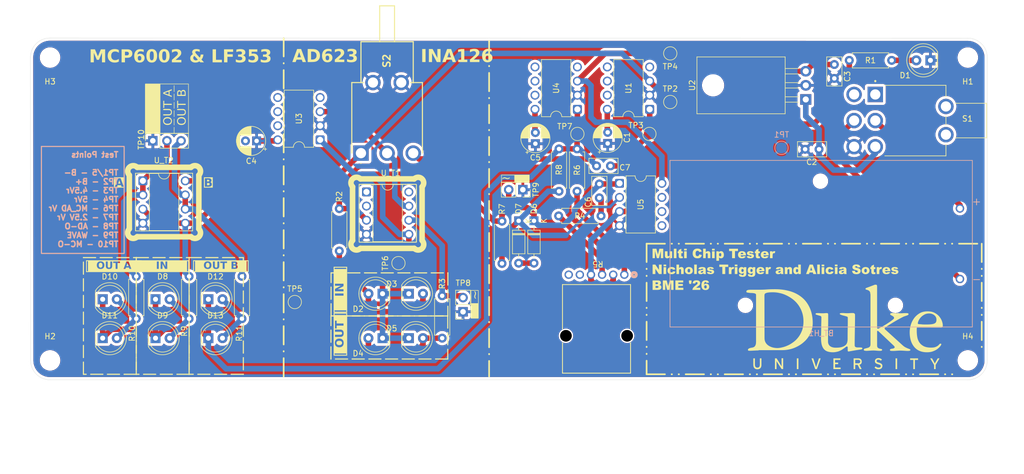
<source format=kicad_pcb>
(kicad_pcb (version 20241229) (generator "pcbnew") (generator_version "9.0")
  (layers (0 "F.Cu" signal) (2 "B.Cu" signal) (13 "F.Paste" user) (15 "B.Paste" user) (5 "F.SilkS" user "F.Silkscreen") (7 "B.SilkS" user "B.Silkscreen") (1 "F.Mask" user) (3 "B.Mask" user) (25 "Edge.Cuts" user))
  (net 0 "")
  (net 1 "GND")
  (net 2 "/BATT+")
  (net 3 "+9V")
  (net 4 "/CHIP+")
  (net 5 "/PWR Supply/VDIV")
  (net 6 "+5V")
  (net 7 "/WAVE")
  (net 8 "Net-(C6-Pad2)")
  (net 9 "Net-(D1-A)")
  (net 10 "Net-(U1-NOISE_REDUCTION)")
  (net 11 "/CHIP_GND")
  (net 12 "Net-(D2-A)")
  (net 13 "Net-(D4-A)")
  (net 14 "Net-(D6-A)")
  (net 15 "Net-(D7-K)")
  (net 16 "Net-(R4-Pad2)")
  (net 17 "Net-(R5-Pad5)")
  (net 26 "Net-(U3-NOISE_REDUCTION)")
  (net 27 "/BATT-")
  (net 34 "Net-(U4-NOISE_REDUCTION)")
  (net 35 "/2.5 VGND")
  (net 36 "Net-(U5A-+)")
  (net 37 "Net-(D8-A)")
  (net 38 "Net-(D10-A)")
  (net 39 "Net-(D12-A)")
  (net 50 "/AD623 and INA126/AD_O")
  (net 51 "/MCP6002 and IF353/MCPA_O")
  (net 52 "/MCP6002 and IF353/MCPB_O")
  (footprint "Capacitor_THT:C_Disc_D5.0mm_W2.5mm_P2.50mm" (layer "F.Cu") (at 207.115 73.5 180)
    (property "Reference" "C2")
    (property "Value" "330 pF")
  )
  (footprint "LED_THT:LED_D5.0mm" (layer "F.Cu") (at 97.325 107.5)
    (property "Reference" "D13")
    (property "Value" "WHT")
  )
  (footprint "Resistor_THT:R_Axial_DIN0207_L6.3mm_D2.5mm_P7.62mm_Horizontal" (layer "F.Cu") (at 139.365 107.5 90)
    (property "Reference" "R3")
    (property "Value" "510")
  )
  (footprint "Connector_PinSocket_2.54mm:PinSocket_1x02_P2.54mm_Vertical" (layer "F.Cu") (at 143.115 102.75 180)
    (property "Reference" "TP8")
    (property "Value" "AD_Out")
  )
  (footprint "TestPoint:TestPoint_Pad_D2.0mm" (layer "F.Cu") (at 180.365 56.25)
    (property "Reference" "TP4")
    (property "Value" "5V+")
  )
  (footprint "Resistor_THT:R_Axial_DIN0207_L6.3mm_D2.5mm_P7.62mm_Horizontal" (layer "F.Cu") (at 93.865 104 90)
    (property "Reference" "R9")
    (property "Value" "510")
  )
  (footprint "Package_TO_SOT_THT:TO-220-3_Horizontal_TabDown" (layer "F.Cu") (at 204.73 64.54 90)
    (property "Reference" "U2")
    (property "Value" "L7805")
  )
  (footprint "Resistor_THT:R_Axial_DIN0207_L6.3mm_D2.5mm_P7.62mm_Horizontal" (layer "F.Cu") (at 103.365 104 90)
    (property "Reference" "R11")
    (property "Value" "510")
  )
  (footprint "MountingHole:MountingHole_3.2mm_M3" (layer "F.Cu") (at 233.865 57)
    (property "Reference" "H1")
    (property "Value" "MountingHole")
  )
  (footprint "Capacitor_THT:CP_Radial_D5.0mm_P2.00mm" (layer "F.Cu") (at 169.115 72.4551 90)
    (property "Reference" "C1")
    (property "Value" "1 µF")
  )
  (footprint "Diode_THT:D_DO-35_SOD27_P7.62mm_Horizontal" (layer "F.Cu") (at 155.865 86.38 -90)
    (property "Reference" "D6")
    (property "Value" "2.5V")
  )
  (footprint "LED_THT:LED_D5.0mm" (layer "F.Cu") (at 133.365 107.5)
    (property "Reference" "D5")
    (property "Value" "WHT")
  )
  (footprint "Package_DIP:DIP-8_W7.62mm" (layer "F.Cu") (at 176.67 66.31 180)
    (property "Reference" "U1")
    (property "Value" "TLE2426xP")
  )
  (footprint "Resistor_THT:R_Axial_DIN0207_L6.3mm_D2.5mm_P7.62mm_Horizontal" (layer "F.Cu") (at 150.115 86.44 -90)
    (property "Reference" "R7")
    (property "Value" "7.5k")
  )
  (footprint "LED_THT:LED_D5.0mm" (layer "F.Cu") (at 133.365 99.5)
    (property "Reference" "D3")
    (property "Value" "WHT")
  )
  (footprint "Capacitor_THT:C_Disc_D5.0mm_W2.5mm_P2.50mm" (layer "F.Cu") (at 209.865 58.25 -90)
    (property "Reference" "C3")
    (property "Value" "0.1 µF")
  )
  (footprint "Package_DIP:DIP-8_W7.62mm_Socket" (layer "F.Cu") (at 125.75 81.1858)
    (property "Reference" "U_T1")
    (property "Value" "AD623/INA126")
  )
  (footprint "Capacitor_THT:C_Disc_D5.0mm_W2.5mm_P2.50mm" (layer "F.Cu") (at 167.615 79.75 -90)
    (property "Reference" "C6")
    (property "Value" "1µF")
  )
  (footprint "Package_DIP:DIP-8_W7.62mm" (layer "F.Cu") (at 171.245 79.63)
    (property "Reference" "U5")
    (property "Value" "MCP6002-xP")
  )
  (footprint "TestPoint:TestPoint_Pad_D2.0mm" (layer "F.Cu") (at 176.615 70.75)
    (property "Reference" "TP3")
    (property "Value" "4.5V")
  )
  (footprint "TestPoint:TestPoint_Pad_D2.0mm" (layer "F.Cu") (at 163.67 70.75)
    (property "Reference" "TP7")
    (property "Value" "2.5V VGND")
  )
  (footprint "Resistor_THT:R_Axial_DIN0207_L6.3mm_D2.5mm_P7.62mm_Horizontal" (layer "F.Cu") (at 160.365 81.06 90)
    (property "Reference" "R8")
    (property "Value" "3.3k")
  )
  (footprint "100DP1T2B4M6QE:SW_100DP1T2B4M6QE" (layer "F.Cu") (at 215.3238 68.3375 -90)
    (property "Reference" "S1")
    (property "Value" "100DP1T2B4M6QE")
  )
  (footprint "Connector_PinSocket_2.54mm:PinSocket_1x02_P2.54mm_Vertical" (layer "F.Cu") (at 153.865 80.775 -90)
    (property "Reference" "TP9")
    (property "Value" "Wave")
  )
  (footprint "Package_DIP:DIP-8_W7.62mm" (layer "F.Cu") (at 117.42 71.81 180)
    (property "Reference" "U3")
    (property "Value" "TLE2426xP")
  )
  (footprint "Resistor_THT:R_Axial_DIN0207_L6.3mm_D2.5mm_P7.62mm_Horizontal" (layer "F.Cu") (at 84.365 104 90)
    (property "Reference" "R10")
    (property "Value" "510")
  )
  (footprint "LED_THT:LED_D5.0mm" (layer "F.Cu") (at 78.325 100.5)
    (property "Reference" "D10")
    (property "Value" "BLU")
  )
  (footprint "Capacitor_THT:CP_Radial_D5.0mm_P2.00mm" (layer "F.Cu") (at 106 72 180)
    (property "Reference" "C4")
    (property "Value" "1 µF")
  )
  (footprint "PRS12R_4025K_103B1:PRS12R-4_BRN" (layer "F.Cu") (at 168.1115 96.0746 180)
    (property "Reference" "R5")
    (property "Value" "50k")
  )
  (footprint "LED_THT:LED_D5.0mm" (layer "F.Cu") (at 87.825 100.5)
    (property "Reference" "D8")
    (property "Value" "BLU")
  )
  (footprint "TestPoint:TestPoint_Pad_D2.0mm" (layer "F.Cu") (at 180.365 65)
    (property "Reference" "TP2")
    (property "Value" "VBATT+")
  )
  (footprint "MountingHole:MountingHole_3.2mm_M3" (layer "F.Cu") (at 68.865 57)
    (property "Reference" "H3")
    (property "Value" "MountingHole")
  )
  (footprint "LED_THT:LED_D5.0mm" (layer "F.Cu") (at 227.14 57.5 180)
    (property "Reference" "D1")
    (property "Value" "GRN")
  )
  (footprint "LED_THT:LED_D5.0mm" (layer "F.Cu") (at 97.325 100.5)
    (property "Reference" "D12")
    (property "Value" "BLU")
  )
  (footprint "MountingHole:MountingHole_3.2mm_M3" (layer "F.Cu") (at 233.865 111.5)
    (property "Reference" "H4")
    (property "Value" "MountingHole")
  )
  (footprint "LED_THT:LED_D5.0mm" (layer "F.Cu") (at 128.64 107.5 180)
    (property "Reference" "D4")
    (property "Value" "BLU")
  )
  (footprint "Resistor_THT:R_Axial_DIN0207_L6.3mm_D2.5mm_P7.62mm_Horizontal" (layer "F.Cu") (at 167.925 85.5 180)
    (property "Reference" "R4")
    (property "Value" "20k")
  )
  (footprint "Connector_PinSocket_2.54mm:PinSocket_1x03_P2.54mm_Vertical" (layer "F.Cu") (at 87.34 71.975 90)
    (property "Reference" "TP10")
    (property "Value" "MCP_Out")
  )
  (footprint "Package_DIP:DIP-8_W7.62mm_Socket" (layer "F.Cu") (at 85.555 79.19)
    (property "Reference" "U_T2")
    (property "Value" "MCP6002-xP")
  )
  (footprint "Capacitor_THT:C_Disc_D5.0mm_W2.5mm_P2.50mm" (layer "F.Cu") (at 169.615 76.5 180)
    (property "Reference" "C7")
    (property "Value" "1µF")
  )
  (footprint "Capacitor_THT:CP_Radial_D5.0mm_P2.00mm" (layer "F.Cu") (at 156.115 72.5 90)
    (property "Reference" "C5")
    (property "Value" "1 µF")
  )
  (footprint "Resistor_THT:R_Axial_DIN0207_L6.3mm_D2.5mm_P7.62mm_Horizontal" (layer "F.Cu") (at 120.865 84.19 -90)
    (property "Reference" "R2")
    (property "Value" "510")
  )
  (footprint "MountingHole:MountingHole_3.2mm_M3" (layer "F.Cu") (at 68.865 111.5)
    (property "Reference" "H2")
    (property "Value" "MountingHole")
  )
  (footprint "LED_THT:LED_D5.0mm" (layer "F.Cu") (at 87.825 107.5)
    (property "Reference" "D9")
    (property "Value" "WHT")
  )
  (footprint "TestPoint:TestPoint_Pad_D2.0mm" (layer "F.Cu") (at 131.5 94 90)
    (property "Reference" "TP6")
    (property "Value" "4.5/2.25V VGND")
  )
  (footprint "Resistor_THT:R_Axial_DIN0207_L6.3mm_D2.5mm_P7.62mm_Horizontal" (layer "F.Cu") (at 163.615 81.06 90)
    (property "Reference" "R6")
    (property "Value" "20k")
  )
  (footprint "Package_DIP:DIP-8_W7.62mm" (layer "F.Cu") (at 163.67 66.31 180)
    (property "Reference" "U4")
    (property "Value" "TLE2426xP")
  )
  (footprint "TestPoint:TestPoint_Pad_D2.0mm" (layer "F.Cu") (at 112.865 101)
    (property "Reference" "TP5")
    (property "Value" "0V (5V)")
  )
  (footprint "Diode_THT:D_DO-35_SOD27_P7.62mm_Horizontal" (layer "F.Cu") (at 153.115 86.38 -90)
    (property "Reference" "D7")
    (property "Value" "2.5V")
  )
  (footprint "Resistor_THT:R_Axial_DIN0207_L6.3mm_D2.5mm_P7.62mm_Horizontal" (layer "F.Cu") (at 212.555 57.5)
    (property "Reference" "R1")
    (property "Value" "1k")
  )
  (footprint "LED_THT:LED_D5.0mm" (layer "F.Cu") (at 128.64 99.5 180)
    (property "Reference" "D2")
    (property "Value" "BLU")
  )
  (footprint "100SP3T2B4M6RE:100SP3T2B4M6RE" (layer "F.Cu") (at 124.76 74.2 -90)
    (property "Reference" "S2")
    (property "Value" "100SP3T2B4M6RE" (hide yes))
  )
  (footprint "LED_THT:LED_D5.0mm" (layer "F.Cu") (at 78.325 107.5)
    (property "Reference" "D11")
    (property "Value" "WHT")
  )
  (footprint "BH9VPC:BAT_BH9VPC" (layer "B.Cu") (at 207.5 90.5)
    (property "Reference" "BT_H1")
    (property "Value" "BH9VPC" (hide yes))
  )
  (footprint "TestPoint:TestPoint_Pad_D2.0mm" (layer "B.Cu") (at 200.365 73.25)
    (property "Reference" "TP1")
    (property "Value" "VBATT-")
  )
  (gr_arc (start 124.664213 91.335787) (mid 123.250001 91.335787) (end 123.25 89.921574) (stroke (width 1)) (layer "F.SilkS"))
  (gr_arc (start 84.529213 89.25) (mid 83.115001 89.25) (end 83.115 87.835787) (stroke (width 1)) (layer "F.SilkS"))
  (gr_poly (pts (xy 213.217937 102.975685) (xy 213.2304 102.97627) (xy 213.243236 102.977274) (xy 213.256445 102.97872) (xy 213.270025 102.98063) (xy 213.283977 102.983029) (xy 213.298302 102.98594) (xy 213.312999 102.989385) (xy 213.328068 102.993389) (xy 213.343509 102.997974) (xy 213.359322 103.003163) (xy 213.375507 103.008981) (xy 213.392064 103.015449) (xy 213.408994 103.022592) (xy 213.426295 103.030432) (xy 213.443969 103.038994) (xy 213.452759 103.043599) (xy 213.461271 103.048489) (xy 213.469503 103.05367) (xy 213.477456 103.059148) (xy 213.48513 103.064927) (xy 213.492525 103.071015) (xy 213.49964 103.077417) (xy 213.506477 103.084138) (xy 213.513035 103.091186) (xy 213.519313 103.098564) (xy 213.525313 103.10628) (xy 213.531033 103.114338) (xy 213.536475 103.122746) (xy 213.541637 103.131508) (xy 213.54652 103.14063) (xy 213.551125 103.150119) (xy 213.55545 103.15998) (xy 213.559496 103.170218) (xy 213.563263 103.180841) (xy 213.566751 103.191853) (xy 213.56996 103.20326) (xy 213.57289 103.215068) (xy 213.575541 103.227284) (xy 213.577913 103.239912) (xy 213.580005 103.252958) (xy 213.581819 103.26643) (xy 213.583354 103.280331) (xy 213.584609 103.294668) (xy 213.585586 103.309447) (xy 213.586284 103.324674) (xy 213.586702 103.340354) (xy 213.586842 103.356494) (xy 213.584113 104.032669) (xy 213.57692 104.705868) (xy 213.555091 106.055244) (xy 213.53326 107.398666) (xy 213.526065 108.075585) (xy 213.523336 108.753992) (xy 213.524076 108.788785) (xy 213.526282 108.82174) (xy 213.529929 108.852882) (xy 213.534995 108.882233) (xy 213.541455 108.909816) (xy 213.549288 108.935656) (xy 213.55847 108.959775) (xy 213.568977 108.982196) (xy 213.580787 109.002943) (xy 213.593876 109.022038) (xy 213.60822 109.039506) (xy 213.623797 109.05537) (xy 213.640583 109.069652) (xy 213.658555 109.082376) (xy 213.67769 109.093565) (xy 213.697964 109.103243) (xy 213.718614 109.111805) (xy 213.738892 109.119645) (xy 213.758798 109.126788) (xy 213.778332 109.133257) (xy 213.797493 109.139074) (xy 213.816283 109.144264) (xy 213.8347 109.148849) (xy 213.852745 109.152852) (xy 213.870418 109.156297) (xy 213.887719 109.159208) (xy 213.904649 109.161607) (xy 213.921206 109.163517) (xy 213.953204 109.165967) (xy 213.983714 109.166742) (xy 214.224815 109.16699) (xy 214.424245 109.168726) (xy 214.508332 109.170618) (xy 214.582002 109.173439) (xy 214.645253 109.177377) (xy 214.698086 109.182617) (xy 214.723949 109.18597) (xy 214.747975 109.19009) (xy 214.770187 109.195001) (xy 214.790608 109.200725) (xy 214.809262 109.207287) (xy 214.826172 109.214709) (xy 214.84136 109.223014) (xy 214.848317 109.227506) (xy 214.854852 109.232227) (xy 214.860968 109.23718) (xy 214.866668 109.242369) (xy 214.871956 109.247797) (xy 214.876834 109.253465) (xy 214.881305 109.259378) (xy 214.885372 109.265538) (xy 214.889038 109.271948) (xy 214.892306 109.278611) (xy 214.895178 109.28553) (xy 214.897658 109.292707) (xy 214.899748 109.300146) (xy 214.901452 109.307849) (xy 214.902772 109.31582) (xy 214.903711 109.324062) (xy 214.904459 109.341367) (xy 214.904091 109.353087) (xy 214.903002 109.364435) (xy 214.901215 109.375411) (xy 214.898754 109.386015) (xy 214.895642 109.396247) (xy 214.891902 109.406107) (xy 214.887557 109.415594) (xy 214.882631 109.42471) (xy 214.877147 109.433454) (xy 214.871128 109.441825) (xy 214.864597 109.449825) (xy 214.857578 109.457453) (xy 214.850094 109.464708) (xy 214.842168 109.471591) (xy 214.833823 109.478103) (xy 214.825083 109.484242) (xy 214.780685 109.498629) (xy 214.752253 109.507125) (xy 214.719914 109.515992) (xy 214.683854 109.52486) (xy 214.664487 109.529177) (xy 214.644259 109.533355) (xy 214.623194 109.537347) (xy 214.601315 109.541106) (xy 214.578646 109.544586) (xy 214.555209 109.547741) (xy 214.105748 109.616202) (xy 213.709865 109.67871) (xy 213.367561 109.735264) (xy 213.078834 109.785865) (xy 212.638304 109.86524) (xy 212.498404 109.888556) (xy 212.448546 109.894819) (xy 212.412083 109.896989) (xy 212.400367 109.896621) (xy 212.389046 109.895532) (xy 212.378144 109.893745) (xy 212.367684 109.891284) (xy 212.357688 109.888172) (xy 212.348181 109.884432) (xy 212.339185 109.880088) (xy 212.330724 109.875162) (xy 212.322822 109.869678) (xy 212.3155 109.863659) (xy 212.308784 109.857128) (xy 212.302695 109.85011) (xy 212.297258 109.842626) (xy 212.292495 109.8347) (xy 212.288429 109.826355) (xy 212.285085 109.817615) (xy 212.282291 109.808321) (xy 212.279845 109.798329) (xy 212.277725 109.787687) (xy 212.275908 109.776439) (xy 212.274369 109.764634) (xy 212.273086 109.752317) (xy 212.271195 109.726334) (xy 212.270047 109.698863) (xy 212.269458 109.670275) (xy 212.26921 109.611239) (xy 212.26921 109.19849) (xy 212.268656 109.172627) (xy 212.267009 109.148601) (xy 212.264292 109.12639) (xy 212.260528 109.105968) (xy 212.255742 109.087314) (xy 212.249955 109.070404) (xy 212.243192 109.055215) (xy 212.239452 109.048259) (xy 212.235476 109.041724) (xy 212.231267 109.035607) (xy 212.226829 109.029907) (xy 212.222164 109.024619) (xy 212.217276 109.019741) (xy 212.212166 109.015269) (xy 212.206839 109.011202) (xy 212.201296 109.007536) (xy 212.195541 109.004268) (xy 212.189577 109.001396) (xy 212.183406 108.998916) (xy 212.177033 108.996826) (xy 212.170458 108.995122) (xy 212.156719 108.992862) (xy 212.142213 108.992114) (xy 212.129756 108.992676) (xy 212.116229 108.994377) (xy 212.10168 108.997242) (xy 212.086153 109.001292) (xy 212.069697 109.006551) (xy 212.052357 109.013043) (xy 212.034179 109.020791) (xy 212.015211 109.029817) (xy 211.995499 109.040146) (xy 211.97509 109.051801) (xy 211.954029 109.064804) (xy 211.932364 109.079179) (xy 211.910141 109.094949) (xy 211.887406 109.112138) (xy 211.864206 109.130769) (xy 211.840588 109.150864) (xy 211.816221 109.171708) (xy 211.790762 109.192598) (xy 211.736657 109.234704) (xy 211.678459 109.277554) (xy 211.616354 109.32152) (xy 211.332584 109.515988) (xy 211.293513 109.542413) (xy 211.253675 109.56814) (xy 211.213046 109.593216) (xy 211.171603 109.617687) (xy 211.086182 109.665003) (xy 210.997226 109.710457) (xy 210.904549 109.754424) (xy 210.807966 109.797274) (xy 210.707289 109.83938) (xy 210.602332 109.881114) (xy 210.47798 109.915286) (xy 210.354554 109.946108) (xy 210.231498 109.973209) (xy 210.108254 109.996216) (xy 209.984264 110.014758) (xy 209.858971 110.028463) (xy 209.795661 110.033385) (xy 209.731816 110.036959) (xy 209.667366 110.039137) (xy 209.602242 110.039873) (xy 209.450437 110.036928) (xy 209.304586 110.028215) (xy 209.164687 110.013922) (xy 209.096971 110.00474) (xy 209.030742 109.994233) (xy 208.966002 109.982424) (xy 208.90275 109.969335) (xy 208.840986 109.954991) (xy 208.780711 109.939415) (xy 208.721923 109.922629) (xy 208.664624 109.904657) (xy 208.608813 109.885522) (xy 208.55449 109.865248) (xy 208.501834 109.843672) (xy 208.450992 109.820631) (xy 208.401918 109.796148) (xy 208.354564 109.770246) (xy 208.308884 109.742949) (xy 208.264833 109.714281) (xy 208.222362 109.684263) (xy 208.181426 109.65292) (xy 208.141979 109.620275) (xy 208.103973 109.586351) (xy 208.067363 109.551171) (xy 208.032102 109.514758) (xy 207.998143 109.477137) (xy 207.965439 109.438329) (xy 207.933945 109.398359) (xy 207.903614 109.357249) (xy 207.874406 109.315023) (xy 207.846314 109.271704) (xy 207.819339 109.227316) (xy 207.79348 109.18188) (xy 207.768737 109.135422) (xy 207.74511 109.087964) (xy 207.7226 109.039529) (xy 207.701205 108.99014) (xy 207.680927 108.939821) (xy 207.661766 108.888595) (xy 207.643721 108.836486) (xy 207.626792 108.783516) (xy 207.610979 108.729709) (xy 207.596282 108.675089) (xy 207.582702 108.619677) (xy 207.570239 108.563498) (xy 207.547914 108.448188) (xy 207.528566 108.328598) (xy 207.512195 108.204915) (xy 207.4988 108.077326) (xy 207.488382 107.946016) (xy 207.48094 107.811172) (xy 207.476475 107.672979) (xy 207.474987 107.531624) (xy 207.475235 107.323264) (xy 207.476972 107.102998) (xy 207.481684 106.870826) (xy 207.485622 106.750275) (xy 207.490862 106.626748) (xy 207.506738 105.626624) (xy 207.506986 105.367663) (xy 207.508722 105.114654) (xy 207.513435 104.867599) (xy 207.522613 104.626497) (xy 207.538493 103.753373) (xy 207.537752 103.730115) (xy 207.535547 103.707949) (xy 207.5319 103.686854) (xy 207.526834 103.666804) (xy 207.520373 103.647778) (xy 207.51254 103.629752) (xy 207.503359 103.612703) (xy 207.492851 103.596607) (xy 207.481042 103.581441) (xy 207.467953 103.567182) (xy 207.453609 103.553807) (xy 207.438032 103.541293) (xy 207.421246 103.529615) (xy 207.403274 103.518752) (xy 207.384139 103.508679) (xy 207.363865 103.499373) (xy 207.191224 103.451748) (xy 207.107136 103.427935) (xy 207.067604 103.416028) (xy 207.030489 103.404122) (xy 206.768552 103.322763) (xy 206.673301 103.294733) (xy 206.634605 103.284531) (xy 206.601862 103.27712) (xy 206.59015 103.270985) (xy 206.578856 103.264501) (xy 206.568027 103.257692) (xy 206.557709 103.25058) (xy 206.54795 103.243189) (xy 206.538796 103.235542) (xy 206.530292 103.227663) (xy 206.522486 103.219574) (xy 206.515425 103.2113) (xy 206.509153 103.202862) (xy 206.50372 103.194285) (xy 206.499169 103.185592) (xy 206.49724 103.181209) (xy 206.495549 103.176805) (xy 206.494103 103.172384) (xy 206.492906 103.167949) (xy 206.491965 103.163502) (xy 206.491286 103.159046) (xy 206.490874 103.154585) (xy 206.490736 103.15012) (xy 206.490875 103.142772) (xy 206.49129 103.13561) (xy 206.491978 103.128634) (xy 206.492937 103.121843) (xy 206.494163 103.115239) (xy 206.495654 103.108821) (xy 206.497406 103.102589) (xy 206.499417 103.096543) (xy 206.501683 103.090683) (xy 206.504203 103.085009) (xy 206.506973 103.079521) (xy 206.509989 103.074219) (xy 206.51325 103.069103) (xy 206.516752 103.064173) (xy 206.520492 103.059429) (xy 206.524468 103.054871) (xy 206.528677 103.050499) (xy 206.533115 103.046313) (xy 206.53778 103.042313) (xy 206.542668 103.0385) (xy 206.547778 103.034872) (xy 206.553105 103.03143) (xy 206.558648 103.028175) (xy 206.564403 103.025105) (xy 206.570367 103.022221) (xy 206.576538 103.019524) (xy 206.589487 103.014687) (xy 206.603226 103.010594) (xy 206.617733 103.007245) (xy 206.632984 103.004451) (xy 206.648956 103.002005) (xy 206.68297 102.998068) (xy 206.719589 102.995246) (xy 206.758625 102.993355) (xy 206.799894 102.992207) (xy 206.843209 102.991618) (xy 206.935233 102.99137) (xy 207.030482 102.991618) (xy 207.078107 102.992207) (xy 207.125732 102.993355) (xy 207.173357 102.995246) (xy 207.220981 102.998068) (xy 207.268606 103.002005) (xy 207.31623 103.007245) (xy 207.363856 103.012486) (xy 207.411482 103.016425) (xy 207.459107 103.019247) (xy 207.506732 103.021138) (xy 207.554358 103.022286) (xy 207.601983 103.022875) (xy 207.697231 103.023123) (xy 207.794961 103.022875) (xy 207.845128 103.022286) (xy 207.895668 103.021138) (xy 207.946208 103.019247) (xy 207.996376 103.016425) (xy 208.0458 103.012486) (xy 208.094108 103.007245) (xy 208.142414 103.002005) (xy 208.191837 102.998068) (xy 208.242004 102.995246) (xy 208.292544 102.993355) (xy 208.343083 102.992207) (xy 208.393251 102.991618) (xy 208.49098 102.99137) (xy 208.514056 102.99156) (xy 208.53569 102.992145) (xy 208.555929 102.993149) (xy 208.574819 102.994595) (xy 208.592407 102.996506) (xy 208.60874 102.998905) (xy 208.623863 103.001815) (xy 208.637824 103.005261) (xy 208.650668 103.009264) (xy 208.662443 103.013849) (xy 208.673194 103.019039) (xy 208.682969 103.024856) (xy 208.691813 103.031324) (xy 208.699773 103.038467) (xy 208.706896 103.046308) (xy 208.713229 103.054869) (xy 208.718997 103.064353) (xy 208.724392 103.07493) (xy 208.729416 103.086576) (xy 208.734067 103.09927) (xy 208.738346 103.112986) (xy 208.742253 103.127702) (xy 208.745787 103.143395) (xy 208.74895 103.160041) (xy 208.75174 103.177617) (xy 208.754158 103.196101) (xy 208.756204 103.215468) (xy 208.757878 103.235695) (xy 208.75918 103.256759) (xy 208.76011 103.278638) (xy 208.760668 103.301307) (xy 208.760854 103.324743) (xy 208.75887 104.515369) (xy 208.754157 105.110682) (xy 208.744979 105.705993) (xy 208.735799 106.301306) (xy 208.731084 106.896618) (xy 208.729099 108.087243) (xy 208.730584 108.15477) (xy 208.735022 108.220414) (xy 208.742389 108.28415) (xy 208.752664 108.345957) (xy 208.765822 108.40581) (xy 208.781841 108.463686) (xy 208.800696 108.519563) (xy 208.822366 108.573416) (xy 208.846826 108.625223) (xy 208.874053 108.674961) (xy 208.904024 108.722605) (xy 208.936716 108.768133) (xy 208.972105 108.811522) (xy 209.010169 108.852748) (xy 209.050883 108.891789) (xy 209.094225 108.92862) (xy 209.142788 108.963222) (xy 209.193258 108.995592) (xy 209.245681 109.02573) (xy 209.300104 109.053635) (xy 209.356573 109.079308) (xy 209.415136 109.102748) (xy 209.475837 109.123956) (xy 209.538725 109.142932) (xy 209.603845 109.159675) (xy 209.671244 109.174186) (xy 209.740968 109.186464) (xy 209.813064 109.19651) (xy 209.887579 109.204324) (xy 209.964558 109.209905) (xy 210.044049 109.213254) (xy 210.126098 109.21437) (xy 210.306119 109.212137) (xy 210.476837 109.20544) (xy 210.637882 109.194278) (xy 210.78888 109.178651) (xy 210.92946 109.158559) (xy 211.059251 109.134002) (xy 211.177879 109.104981) (xy 211.23289 109.088796) (xy 211.284972 109.071495) (xy 211.337624 109.053267) (xy 211.388439 109.034319) (xy 211.43744 109.014673) (xy 211.48465 108.994353) (xy 211.530093 108.973381) (xy 211.573792 108.951782) (xy 211.61577 108.929578) (xy 211.65605 108.906793) (xy 211.694656 108.883449) (xy 211.731611 108.859571) (xy 211.766939 108.835181) (xy 211.800661 108.810303) (xy 211.832803 108.784959) (xy 211.863387 108.759174) (xy 211.892436 108.73297) (xy 211.919973 108.706371) (xy 211.9462 108.679214) (xy 211.971287 108.651336) (xy 211.995212 108.62276) (xy 212.01795 108.59351) (xy 212.03948 108.563608) (xy 212.059777 108.533079) (xy 212.078819 108.501945) (xy 212.096581 108.47023) (xy 212.113041 108.437957) (xy 212.128176 108.405149) (xy 212.141962 108.371829) (xy 212.154376 108.338021) (xy 212.165395 108.303748) (xy 212.174996 108.269033) (xy 212.183154 108.233899) (xy 212.189848 108.19837) (xy 212.20625 108.126964) (xy 212.219862 108.055744) (xy 212.230869 107.984896) (xy 212.239458 107.914606) (xy 212.245814 107.845059) (xy 212.250124 107.776443) (xy 212.252573 107.708943) (xy 212.253349 107.642746) (xy 212.255333 106.690246) (xy 212.260046 106.213996) (xy 212.269224 105.737746) (xy 212.278402 105.261496) (xy 212.283115 104.785246) (xy 212.285099 103.832747) (xy 212.284917 103.823821) (xy 212.284386 103.814918) (xy 212.283529 103.806062) (xy 212.282371 103.797275) (xy 212.280933 103.788582) (xy 212.279239 103.780005) (xy 212.277313 103.771567) (xy 212.275177 103.763292) (xy 212.272855 103.755204) (xy 212.270371 103.747324) (xy 212.267747 103.739677) (xy 212.265007 103.732286) (xy 212.259271 103.718364) (xy 212.253349 103.705745) (xy 212.251768 103.702768) (xy 212.250004 103.699792) (xy 212.24806 103.696815) (xy 212.245938 103.693839) (xy 212.243642 103.690863) (xy 212.241175 103.687886) (xy 212.235737 103.681933) (xy 212.229648 103.67598) (xy 212.222932 103.670027) (xy 212.21561 103.664074) (xy 212.207708 103.658121) (xy 212.199247 103.652168) (xy 212.190252 103.646215) (xy 212.180745 103.640262) (xy 212.17075 103.634308) (xy 212.160289 103.628355) (xy 212.149387 103.622402) (xy 212.138067 103.616449) (xy 212.126351 103.610496) (xy 212.101081 103.603829) (xy 212.07302 103.59586) (xy 212.009271 103.57676) (xy 211.936592 103.554684) (xy 211.856472 103.531119) (xy 211.761718 103.504578) (xy 211.64613 103.473573) (xy 211.512682 103.439591) (xy 211.44019 103.421948) (xy 211.364349 103.40412) (xy 211.351888 103.400778) (xy 211.338334 103.39674) (xy 211.308041 103.386755) (xy 211.273655 103.374539) (xy 211.235363 103.360463) (xy 211.147802 103.328218) (xy 211.098907 103.310793) (xy 211.046848 103.292995) (xy 211.020985 103.283883) (xy 210.996959 103.274423) (xy 210.974747 103.264636) (xy 210.954326 103.254548) (xy 210.935672 103.24418) (xy 210.918763 103.233557) (xy 210.903574 103.222701) (xy 210.890083 103.211635) (xy 210.878266 103.200384) (xy 210.8681 103.18897) (xy 210.859562 103.177416) (xy 210.852629 103.165746) (xy 210.847276 103.153983) (xy 210.843482 103.14215) (xy 210.841223 103.13027) (xy 210.840475 103.118368) (xy 210.840614 103.112507) (xy 210.841029 103.10683) (xy 210.841717 103.101333) (xy 210.842676 103.096013) (xy 210.843902 103.090867) (xy 210.845393 103.085893) (xy 210.847145 103.081088) (xy 210.849156 103.076448) (xy 210.851423 103.071971) (xy 210.853942 103.067654) (xy 210.856712 103.063494) (xy 210.859728 103.059488) (xy 210.862989 103.055633) (xy 210.866491 103.051927) (xy 210.870232 103.048365) (xy 210.874207 103.044947) (xy 210.878416 103.041667) (xy 210.882854 103.038524) (xy 210.887519 103.035515) (xy 210.892407 103.032637) (xy 210.897517 103.029887) (xy 210.902844 103.027262) (xy 210.908387 103.024758) (xy 210.914142 103.022374) (xy 210.926277 103.017952) (xy 210.939226 103.013971) (xy 210.952965 103.01041) (xy 210.967472 103.007243) (xy 210.997951 103.001321) (xy 211.029733 102.995585) (xy 211.062631 102.990221) (xy 211.096459 102.985416) (xy 211.131031 102.981354) (xy 211.166161 102.978223) (xy 211.201663 102.976208) (xy 211.237351 102.975495) (xy 211.353932 102.975743) (xy 211.467536 102.977479) (xy 211.524152 102.979371) (xy 211.581141 102.982192) (xy 211.638874 102.98613) (xy 211.697724 102.99137) (xy 211.752015 102.99661) (xy 211.807608 103.000548) (xy 211.864318 103.00337) (xy 211.921957 103.005261) (xy 212.039284 103.006997) (xy 212.158097 103.007245) (xy 212.289067 103.006997) (xy 212.420036 103.005261) (xy 212.48552 103.00337) (xy 212.551004 103.000548) (xy 212.616487 102.99661) (xy 212.681971 102.99137) (xy 212.747455 102.98613) (xy 212.812939 102.982192) (xy 212.878424 102.979371) (xy 212.943908 102.977479) (xy 213.074877 102.975743) (xy 213.205845 102.975495)) (fill yes) (layer "F.SilkS"))
  (gr_line (start 110.8675 53.5) (end 110.8625 115) (stroke (width 0.3) (type dash_dot)) (layer "F.SilkS"))
  (gr_rect (start 84.225 77.8) (end 94.505 88.2) (stroke (width 0.1)) (fill no) (layer "F.SilkS"))
  (gr_line (start 83.115 87.835787) (end 83.115 78.164213) (stroke (width 1)) (layer "F.SilkS"))
  (gr_poly (pts (xy 217.843432 111.088736) (xy 217.891352 111.092057) (xy 217.937598 111.097565) (xy 217.982262 111.105235) (xy 218.025438 111.115044) (xy 218.067219 111.12697) (xy 218.107697 111.140988) (xy 218.146966 111.157076) (xy 218.185119 111.175211) (xy 218.222248 111.195368) (xy 218.258447 111.217526) (xy 218.293809 111.24166) (xy 218.328427 111.267748) (xy 218.362394 111.295765) (xy 218.395802 111.32569) (xy 218.428745 111.357498) (xy 218.222372 111.563872) (xy 218.198544 111.540803) (xy 218.174624 111.519223) (xy 218.150517 111.499132) (xy 218.126131 111.480528) (xy 218.101373 111.463413) (xy 218.07615 111.447786) (xy 218.050368 111.433648) (xy 218.023936 111.420997) (xy 217.996759 111.409836) (xy 217.968745 111.400162) (xy 217.939801 111.391976) (xy 217.909834 111.385279) (xy 217.878751 111.38007) (xy 217.846459 111.37635) (xy 217.812864 111.374117) (xy 217.777874 111.373373) (xy 217.757409 111.373696) (xy 217.737683 111.374652) (xy 217.718689 111.376225) (xy 217.700422 111.378396) (xy 217.682875 111.381149) (xy 217.666044 111.384465) (xy 217.649922 111.388329) (xy 217.634503 111.392721) (xy 217.619782 111.397625) (xy 217.605753 111.403022) (xy 217.59241 111.408897) (xy 217.579747 111.415231) (xy 217.567758 111.422007) (xy 217.556438 111.429207) (xy 217.545781 111.436814) (xy 217.535781 111.44481) (xy 217.526431 111.453179) (xy 217.517727 111.461902) (xy 217.509663 111.470963) (xy 217.502232 111.480343) (xy 217.495429 111.490025) (xy 217.489248 111.499993) (xy 217.483684 111.510228) (xy 217.478729 111.520712) (xy 217.47438 111.53143) (xy 217.470629 111.542362) (xy 217.464901 111.564803) (xy 217.461498 111.587894) (xy 217.460374 111.611497) (xy 217.460657 111.624663) (xy 217.461525 111.637383) (xy 217.463003 111.64968) (xy 217.465118 111.661572) (xy 217.467895 111.67308) (xy 217.471362 111.684225) (xy 217.475543 111.695028) (xy 217.480466 111.705507) (xy 217.486156 111.715684) (xy 217.49264 111.72558) (xy 217.499943 111.735213) (xy 217.508092 111.744606) (xy 217.517114 111.753777) (xy 217.527033 111.762748) (xy 217.537877 111.771539) (xy 217.549671 111.780169) (xy 217.562443 111.788661) (xy 217.576217 111.797033) (xy 217.591019 111.805306) (xy 217.606878 111.813501) (xy 217.623817 111.821637) (xy 217.641864 111.829736) (xy 217.661045 111.837818) (xy 217.681385 111.845902) (xy 217.72565 111.862161) (xy 217.774868 111.878675) (xy 217.829249 111.895608) (xy 217.889001 111.913122) (xy 217.958741 111.934195) (xy 218.024993 111.955941) (xy 218.087617 111.978665) (xy 218.146474 112.002667) (xy 218.201424 112.028251) (xy 218.252328 112.055718) (xy 218.299046 112.085371) (xy 218.341439 112.117512) (xy 218.36097 112.134611) (xy 218.379367 112.152444) (xy 218.396613 112.171051) (xy 218.41269 112.190469) (xy 218.427582 112.210736) (xy 218.44127 112.231889) (xy 218.453737 112.253967) (xy 218.464966 112.277007) (xy 218.474939 112.301046) (xy 218.483639 112.326124) (xy 218.491049 112.352277) (xy 218.49715 112.379543) (xy 218.501926 112.407961) (xy 218.505359 112.437567) (xy 218.507431 112.4684) (xy 218.508126 112.500497) (xy 218.50603 112.534352) (xy 218.502714 112.567443) (xy 218.498165 112.599749) (xy 218.492372 112.631249) (xy 218.485323 112.661924) (xy 218.477008 112.691754) (xy 218.467413 112.720717) (xy 218.456527 112.748793) (xy 218.444339 112.775962) (xy 218.430838 112.802205) (xy 218.416011 112.827499) (xy 218.399847 112.851826) (xy 218.382334 112.875164) (xy 218.363461 112.897494) (xy 218.343216 112.918794) (xy 218.321587 112.939046) (xy 218.298563 112.958227) (xy 218.274132 112.976319) (xy 218.248283 112.9933) (xy 218.221003 113.00915) (xy 218.192282 113.02385) (xy 218.162107 113.037377) (xy 218.130467 113.049713) (xy 218.097351 113.060837) (xy 218.062746 113.070729) (xy 218.026642 113.079367) (xy 217.989026 113.086733) (xy 217.949886 113.092804) (xy 217.909212 113.097562) (xy 217.866992 113.100986) (xy 217.823213 113.103055) (xy 217.777865 113.10375) (xy 217.724853 113.102277) (xy 217.673003 113.09792) (xy 217.622363 113.090774) (xy 217.572978 113.080929) (xy 217.524896 113.06848) (xy 217.478163 113.05352) (xy 217.432825 113.036141) (xy 217.388928 113.016436) (xy 217.34652 112.9945) (xy 217.305647 112.970423) (xy 217.266355 112.944301) (xy 217.228691 112.916225) (xy 217.192701 112.886289) (xy 217.158432 112.854586) (xy 217.125931 112.821208) (xy 217.095243 112.786249) (xy 217.301617 112.579873) (xy 217.326157 112.605914) (xy 217.352094 112.630444) (xy 217.379332 112.653439) (xy 217.40778 112.674875) (xy 217.437344 112.69473) (xy 217.467931 112.712981) (xy 217.499449 112.729604) (xy 217.531803 112.744576) (xy 217.564902 112.757873) (xy 217.598652 112.769473) (xy 217.63296 112.779353) (xy 217.667733 112.787488) (xy 217.702878 112.793855) (xy 217.738302 112.798433) (xy 217.773912 112.801196) (xy 217.809615 112.802122) (xy 217.858547 112.801006) (xy 217.904154 112.797657) (xy 217.946458 112.792076) (xy 217.985483 112.784263) (xy 218.021252 112.774217) (xy 218.037923 112.768357) (xy 218.053789 112.761938) (xy 218.068852 112.754962) (xy 218.083117 112.747427) (xy 218.096584 112.739335) (xy 218.109258 112.730684) (xy 218.121142 112.721475) (xy 218.132238 112.711709) (xy 218.142548 112.701384) (xy 218.152077 112.690501) (xy 218.160827 112.679059) (xy 218.168801 112.66706) (xy 218.176001 112.654503) (xy 218.182432 112.641387) (xy 218.188095 112.627714) (xy 218.192993 112.613482) (xy 218.19713 112.598692) (xy 218.200508 112.583345) (xy 218.20313 112.567439) (xy 218.205 112.550975) (xy 218.206492 112.516372) (xy 218.206163 112.503162) (xy 218.205163 112.490308) (xy 218.20347 112.477798) (xy 218.201066 112.465616) (xy 218.197929 112.453748) (xy 218.194039 112.442179) (xy 218.189376 112.430896) (xy 218.183919 112.419882) (xy 218.177649 112.409125) (xy 218.170544 112.398609) (xy 218.162585 112.388319) (xy 218.153751 112.378242) (xy 218.144021 112.368362) (xy 218.133376 112.358665) (xy 218.121795 112.349137) (xy 218.109257 112.339764) (xy 218.095743 112.330529) (xy 218.081232 112.32142) (xy 218.065703 112.312421) (xy 218.049137 112.303518) (xy 218.031513 112.294696) (xy 218.01281 112.285941) (xy 217.993008 112.277239) (xy 217.972088 112.268574) (xy 217.926808 112.2513) (xy 217.876808 112.234002) (xy 217.821924 112.216565) (xy 217.761994 112.198872) (xy 217.6872 112.175362) (xy 217.617568 112.152177) (xy 217.553053 112.1289) (xy 217.493607 112.105111) (xy 217.439184 112.080391) (xy 217.389737 112.054323) (xy 217.34522 112.026488) (xy 217.324796 112.011777) (xy 217.305587 111.996467) (xy 217.287587 111.980505) (xy 217.270791 111.963841) (xy 217.255192 111.94642) (xy 217.240785 111.928192) (xy 217.227564 111.909103) (xy 217.215523 111.889101) (xy 217.204657 111.868134) (xy 217.194959 111.84615) (xy 217.186423 111.823096) (xy 217.179045 111.79892) (xy 217.172818 111.77357) (xy 217.167736 111.746993) (xy 217.163793 111.719137) (xy 217.160984 111.68995) (xy 217.158744 111.627373) (xy 217.159575 111.596493) (xy 217.162039 111.566372) (xy 217.166095 111.537024) (xy 217.171705 111.508464) (xy 217.178825 111.480707) (xy 217.187417 111.453766) (xy 217.197438 111.427656) (xy 217.20885 111.402393) (xy 217.221609 111.37799) (xy 217.235677 111.354462) (xy 217.251013 111.331823) (xy 217.267575 111.310089) (xy 217.285323 111.289273) (xy 217.304216 111.26939) (xy 217.324214 111.250454) (xy 217.345275 111.232481) (xy 217.36736 111.215485) (xy 217.390428 111.19948) (xy 217.414437 111.18448) (xy 217.439347 111.170501) (xy 217.465118 111.157557) (xy 217.491708 111.145662) (xy 217.519078 111.134831) (xy 217.547186 111.125078) (xy 217.575991 111.116418) (xy 217.605454 111.108866) (xy 217.635532 111.102436) (xy 217.666186 111.097142) (xy 217.697375 111.092999) (xy 217.729059 111.090022) (xy 217.761195 111.088226) (xy 217.793745 111.087623)) (fill yes) (layer "F.SilkS"))
  (gr_poly (pts (xy 221.159237 113.071999) (xy 220.873492 113.071999) (xy 220.873492 111.135251) (xy 221.159237 111.135251)) (fill yes) (layer "F.SilkS"))
  (gr_rect (start 150.025 78.1375) (end 155.015 79.4625) (stroke (width 0.1)) (fill no) (layer "F.SilkS"))
  (gr_poly (pts (xy 203.410993 113.071999) (xy 203.125243 113.071999) (xy 203.125243 111.135251) (xy 203.410993 111.135251)) (fill yes) (layer "F.SilkS"))
  (gr_line (start 91.17 70.645) (end 91.17 61.76) (stroke (width 0.1) (type dash)) (layer "F.SilkS"))
  (gr_line (start 135.75 89.921574) (end 135.75 80.25) (stroke (width 1)) (layer "F.SilkS"))
  (gr_line (start 84.529213 89.25) (end 94.200787 89.25) (stroke (width 1)) (layer "F.SilkS"))
  (gr_poly (pts (xy 206.47487 112.3735) (xy 206.585996 112.722751) (xy 206.594027 112.694071) (xy 206.605592 112.657019) (xy 206.635606 112.565985) (xy 206.668597 112.466021) (xy 206.683883 112.417807) (xy 206.697123 112.3735) (xy 207.094 111.135251) (xy 207.411495 111.135251) (xy 206.728869 113.071999) (xy 206.427244 113.071999) (xy 205.760493 111.135251) (xy 206.077993 111.135251)) (fill yes) (layer "F.SilkS"))
  (gr_line (start 124.664213 91.335787) (end 134.335787 91.335787) (stroke (width 1)) (layer "F.SilkS"))
  (gr_rect (start 124.47 79.85) (end 134.75 90.25) (stroke (width 0.1)) (fill no) (layer "F.SilkS"))
  (gr_poly (pts (xy 226.730439 102.674988) (xy 226.822898 102.678337) (xy 226.913498 102.683918) (xy 227.002236 102.691732) (xy 227.089115 102.701778) (xy 227.174133 102.714056) (xy 227.25729 102.728567) (xy 227.338587 102.74531) (xy 227.418024 102.764286) (xy 227.4956 102.785494) (xy 227.571317 102.808935) (xy 227.645173 102.834608) (xy 227.717168 102.862513) (xy 227.787304 102.892651) (xy 227.855579 102.925022) (xy 227.921995 102.959624) (xy 227.986731 102.995719) (xy 228.049956 103.032581) (xy 228.111646 103.070233) (xy 228.171778 103.1087) (xy 228.230329 103.148003) (xy 228.287275 103.188168) (xy 228.342593 103.229215) (xy 228.39626 103.27117) (xy 228.448253 103.314055) (xy 228.498548 103.357894) (xy 228.547122 103.402709) (xy 228.593952 103.448524) (xy 228.639014 103.495362) (xy 228.682286 103.543247) (xy 228.723744 103.592201) (xy 228.763365 103.642248) (xy 228.838491 103.743482) (xy 228.908968 103.844902) (xy 228.942404 103.89574) (xy 228.974607 103.946694) (xy 229.005555 103.997788) (xy 229.035224 104.049045) (xy 229.063591 104.100487) (xy 229.090632 104.152139) (xy 229.116325 104.204023) (xy 229.140645 104.256163) (xy 229.16357 104.308583) (xy 229.185077 104.361304) (xy 229.205142 104.414351) (xy 229.223742 104.467747) (xy 229.257229 104.572672) (xy 229.28625 104.673131) (xy 229.310806 104.769126) (xy 229.330898 104.860655) (xy 229.346524 104.94772) (xy 229.357686 105.030319) (xy 229.364382 105.108454) (xy 229.366057 105.145847) (xy 229.366615 105.182124) (xy 229.365839 105.239423) (xy 229.36339 105.292257) (xy 229.361479 105.317) (xy 229.35908 105.340626) (xy 229.356169 105.363136) (xy 229.352724 105.38453) (xy 229.34872 105.404808) (xy 229.344135 105.42397) (xy 229.338945 105.442015) (xy 229.333128 105.458944) (xy 229.326659 105.474758) (xy 229.319516 105.489454) (xy 229.311675 105.503035) (xy 229.303114 105.5155) (xy 229.293627 105.52424) (xy 229.283023 105.532584) (xy 229.271303 105.54051) (xy 229.258467 105.547994) (xy 229.244515 105.555013) (xy 229.229446 105.561543) (xy 229.213261 105.567562) (xy 229.19596 105.573046) (xy 229.177543 105.577972) (xy 229.158009 105.582317) (xy 229.13736 105.586057) (xy 229.115594 105.589169) (xy 229.092712 105.59163) (xy 229.068713 105.593416) (xy 229.043599 105.594505) (xy 229.017368 105.594874) (xy 224.715241 105.579001) (xy 224.709319 105.603588) (xy 224.703583 105.62985) (xy 224.698219 105.657972) (xy 224.693413 105.688141) (xy 224.689351 105.720542) (xy 224.687657 105.737638) (xy 224.686219 105.755362) (xy 224.685061 105.773738) (xy 224.684204 105.792787) (xy 224.683673 105.812534) (xy 224.683491 105.833002) (xy 224.683491 106.214001) (xy 224.684979 106.356163) (xy 224.689444 106.497022) (xy 224.696886 106.636765) (xy 224.707304 106.775578) (xy 224.720698 106.913647) (xy 224.73707 107.051158) (xy 224.756418 107.188297) (xy 224.778742 107.32525) (xy 224.791392 107.390362) (xy 224.80553 107.454731) (xy 224.821157 107.518355) (xy 224.838272 107.581235) (xy 224.856875 107.643371) (xy 224.876967 107.704762) (xy 224.898547 107.76541) (xy 224.921615 107.825313) (xy 224.946172 107.884473) (xy 224.972216 107.942888) (xy 224.99975 108.000559) (xy 225.028771 108.057485) (xy 225.059281 108.113668) (xy 225.091279 108.169106) (xy 225.124765 108.223801) (xy 225.159739 108.277751) (xy 225.196206 108.327794) (xy 225.234185 108.376722) (xy 225.273698 108.424533) (xy 225.314769 108.471227) (xy 225.357422 108.516806) (xy 225.401678 108.561268) (xy 225.447563 108.604615) (xy 225.495098 108.646845) (xy 225.544308 108.687958) (xy 225.595216 108.727956) (xy 225.647844 108.766837) (xy 225.702216 108.804602) (xy 225.758356 108.841251) (xy 225.816286 108.876784) (xy 225.876031 108.9112) (xy 225.937612 108.9445) (xy 226.001419 108.97613) (xy 226.067806 109.00555) (xy 226.136752 109.032785) (xy 226.208232 109.057858) (xy 226.282224 109.08079) (xy 226.358704 109.101607) (xy 226.437649 109.120331) (xy 226.519035 109.136985) (xy 226.60284 109.151593) (xy 226.68904 109.164177) (xy 226.777612 109.174762) (xy 226.868532 109.18337) (xy 226.961778 109.190025) (xy 227.057326 109.19475) (xy 227.155153 109.197567) (xy 227.255235 109.198501) (xy 227.381802 109.196982) (xy 227.499811 109.1923) (xy 227.609634 109.18427) (xy 227.711643 109.172704) (xy 227.759834 109.165538) (xy 227.806211 109.157419) (xy 227.850821 109.148322) (xy 227.893709 109.138226) (xy 227.934924 109.127107) (xy 227.974511 109.114941) (xy 228.012517 109.101705) (xy 228.048988 109.087377) (xy 228.084153 109.07511) (xy 228.118225 109.06217) (xy 228.151227 109.048624) (xy 228.183182 109.034543) (xy 228.214115 109.019998) (xy 228.244047 109.005057) (xy 228.273002 108.98979) (xy 228.301004 108.974268) (xy 228.354241 108.942735) (xy 228.403942 108.911015) (xy 228.450295 108.879668) (xy 228.493485 108.849251) (xy 228.533701 108.814245) (xy 228.571125 108.780542) (xy 228.605945 108.747955) (xy 228.638346 108.716298) (xy 228.668515 108.685385) (xy 228.696637 108.65503) (xy 228.722898 108.625048) (xy 228.747485 108.595251) (xy 228.759391 108.580922) (xy 228.771297 108.567687) (xy 228.783204 108.555521) (xy 228.79511 108.544401) (xy 228.807016 108.534305) (xy 228.818922 108.525209) (xy 228.830828 108.517089) (xy 228.842734 108.509923) (xy 228.854641 108.503687) (xy 228.866547 108.498358) (xy 228.878453 108.493913) (xy 228.89036 108.490328) (xy 228.902267 108.48758) (xy 228.914173 108.485646) (xy 228.92608 108.484503) (xy 228.937988 108.484127) (xy 228.958084 108.484685) (xy 228.976714 108.486359) (xy 228.985488 108.487615) (xy 228.993903 108.48915) (xy 229.001964 108.490964) (xy 229.009674 108.493057) (xy 229.017034 108.495429) (xy 229.024049 108.49808) (xy 229.03072 108.50101) (xy 229.037051 108.504219) (xy 229.043046 108.507707) (xy 229.048706 108.511474) (xy 229.054034 108.51552) (xy 229.059034 108.519846) (xy 229.063709 108.52445) (xy 229.06806 108.529333) (xy 229.072092 108.534496) (xy 229.075808 108.539937) (xy 229.079209 108.545658) (xy 229.082299 108.551657) (xy 229.085081 108.557936) (xy 229.087558 108.564493) (xy 229.089733 108.57133) (xy 229.091608 108.578446) (xy 229.093187 108.58584) (xy 229.094472 108.593514) (xy 229.096174 108.609699) (xy 229.096735 108.626999) (xy 229.096177 108.633693) (xy 229.094503 108.641851) (xy 229.091713 108.651452) (xy 229.087806 108.662471) (xy 229.082784 108.674885) (xy 229.076645 108.688671) (xy 229.06939 108.703806) (xy 229.061018 108.720266) (xy 229.051531 108.738028) (xy 229.040927 108.75707) (xy 229.029207 108.777367) (xy 229.016371 108.798897) (xy 229.002418 108.821635) (xy 228.98735 108.84556) (xy 228.971164 108.870647) (xy 228.953863 108.896874) (xy 228.935263 108.923849) (xy 228.915198 108.951196) (xy 228.893692 108.978915) (xy 228.870767 109.007007) (xy 228.846446 109.03547) (xy 228.820754 109.064306) (xy 228.793714 109.093513) (xy 228.765347 109.123093) (xy 228.735679 109.153045) (xy 228.704731 109.183368) (xy 228.639092 109.245132) (xy 228.568617 109.308384) (xy 228.49349 109.373124) (xy 228.454051 109.405677) (xy 228.413123 109.437834) (xy 228.370707 109.469572) (xy 228.326803 109.500869) (xy 228.281411 109.5317) (xy 228.23453 109.562043) (xy 228.186161 109.591875) (xy 228.136303 109.621171) (xy 228.084957 109.64991) (xy 228.032123 109.678067) (xy 227.977801 109.705619) (xy 227.92199 109.732544) (xy 227.86469 109.758817) (xy 227.805902 109.784416) (xy 227.745626 109.809317) (xy 227.683862 109.833497) (xy 227.620788 109.85936) (xy 227.556552 109.883386) (xy 227.491106 109.905598) (xy 227.424405 109.926019) (xy 227.356401 109.944673) (xy 227.287049 109.961583) (xy 227.216302 109.976772) (xy 227.144113 109.990263) (xy 227.070436 110.002081) (xy 226.995224 110.012247) (xy 226.91843 110.020785) (xy 226.840009 110.027719) (xy 226.759914 110.033071) (xy 226.678098 110.036866) (xy 226.594514 110.039125) (xy 226.509116 110.039873) (xy 226.327174 110.036149) (xy 226.15044 110.024959) (xy 225.978916 110.006282) (xy 225.8126 109.980094) (xy 225.651494 109.946371) (xy 225.495597 109.905091) (xy 225.344908 109.856229) (xy 225.199429 109.799764) (xy 225.059159 109.735671) (xy 224.924097 109.663927) (xy 224.794245 109.584509) (xy 224.669602 109.497394) (xy 224.550167 109.402559) (xy 224.435942 109.29998) (xy 224.326925 109.189633) (xy 224.223118 109.071497) (xy 224.125077 108.946846) (xy 224.033362 108.816939) (xy 223.947972 108.68173) (xy 223.868907 108.541172) (xy 223.796167 108.39522) (xy 223.729752 108.243826) (xy 223.669662 108.086944) (xy 223.615898 107.924528) (xy 223.568459 107.75653) (xy 223.527344 107.582905) (xy 223.492556 107.403606) (xy 223.464092 107.218587) (xy 223.441953 107.0278) (xy 223.42614 106.8312) (xy 223.416652 106.62874) (xy 223.41349 106.420373) (xy 223.416466 106.264847) (xy 223.425396 106.107834) (xy 223.440279 105.949332) (xy 223.461115 105.789342) (xy 223.487905 105.627863) (xy 223.520648 105.464897) (xy 223.559343 105.300442) (xy 223.603993 105.134498) (xy 223.628727 105.051709) (xy 223.655276 104.970012) (xy 223.683591 104.889385) (xy 223.698929 104.848749) (xy 224.873998 104.848749) (xy 224.874181 104.854698) (xy 224.874711 104.860624) (xy 224.875568 104.866504) (xy 224.876727 104.872313) (xy 224.878165 104.87803) (xy 224.879859 104.883631) (xy 224.881785 104.889092) (xy 224.88392 104.89439) (xy 224.886242 104.899502) (xy 224.888726 104.904405) (xy 224.89135 104.909075) (xy 224.89409 104.91349) (xy 224.896924 104.917625) (xy 224.899827 104.921458) (xy 224.902776 104.924966) (xy 224.905749 104.928125) (xy 224.907376 104.929613) (xy 224.90928 104.931101) (xy 224.913904 104.934078) (xy 224.919597 104.937055) (xy 224.926337 104.940031) (xy 224.9341 104.943008) (xy 224.942863 104.945984) (xy 224.952603 104.948961) (xy 224.963297 104.951938) (xy 224.97492 104.954914) (xy 224.987451 104.957891) (xy 225.000865 104.960867) (xy 225.015139 104.963844) (xy 225.046177 104.969797) (xy 225.080377 104.975751) (xy 225.098976 104.978549) (xy 225.11904 104.981022) (xy 225.163471 104.985176) (xy 225.213483 104.988587) (xy 225.26889 104.991625) (xy 225.395146 104.998074) (xy 225.465623 105.002228) (xy 225.540749 105.007499) (xy 225.577761 105.013088) (xy 225.61733 105.017979) (xy 225.703958 105.025854) (xy 225.800261 105.031498) (xy 225.905866 105.03528) (xy 226.020401 105.037575) (xy 226.143495 105.038753) (xy 226.41387 105.039249) (xy 226.558294 105.038505) (xy 226.694161 105.036273) (xy 226.821842 105.032552) (xy 226.941711 105.027343) (xy 227.054137 105.020645) (xy 227.159495 105.01246) (xy 227.258156 105.002786) (xy 227.350491 104.991623) (xy 227.437525 104.978943) (xy 227.519909 104.964587) (xy 227.597455 104.948371) (xy 227.669978 104.930109) (xy 227.704297 104.920152) (xy 227.737292 104.909614) (xy 227.768937 104.898471) (xy 227.799211 104.8867) (xy 227.828089 104.874278) (xy 227.855548 104.861182) (xy 227.881567 104.847388) (xy 227.90612 104.832873) (xy 227.929552 104.820599) (xy 227.952194 104.807604) (xy 227.973998 104.793911) (xy 227.994919 104.779544) (xy 228.01491 104.764525) (xy 228.033924 104.748879) (xy 228.051915 104.732628) (xy 228.068837 104.715796) (xy 228.084642 104.698405) (xy 228.099285 104.68048) (xy 228.112718 104.662043) (xy 228.124896 104.643118) (xy 228.135771 104.623727) (xy 228.145298 104.603895) (xy 228.153429 104.583645) (xy 228.160119 104.562999) (xy 228.16868 104.541969) (xy 228.17652 104.520521) (xy 228.183662 104.498608) (xy 228.19013 104.476183) (xy 228.195948 104.4532) (xy 228.201137 104.429612) (xy 228.205722 104.405373) (xy 228.209725 104.380437) (xy 228.21317 104.354756) (xy 228.216081 104.328285) (xy 228.21848 104.300977) (xy 228.220391 104.272785) (xy 228.221836 104.243662) (xy 228.22284 104.213563) (xy 228.223615 104.150249) (xy 228.222127 104.094074) (xy 228.217662 104.03869) (xy 228.210221 103.984143) (xy 228.199803 103.930479) (xy 228.186409 103.877746) (xy 228.170038 103.825989) (xy 228.150691 103.775256) (xy 228.128367 103.725592) (xy 228.103066 103.677045) (xy 228.074789 103.62966) (xy 228.043536 103.583484) (xy 228.009305 103.538565) (xy 227.972099 103.494947) (xy 227.931915 103.452679) (xy 227.888755 103.411805) (xy 227.842619 103.372374) (xy 227.794428 103.334798) (xy 227.745074 103.299479) (xy 227.694512 103.266438) (xy 227.642693 103.235699) (xy 227.589572 103.207286) (xy 227.535103 103.181222) (xy 227.479238 103.15753) (xy 227.421932 103.136233) (xy 227.363137 103.117354) (xy 227.302807 103.100917) (xy 227.240896 103.086945) (xy 227.177357 103.075461) (xy 227.112144 103.066489) (xy 227.04521 103.060051) (xy 226.976508 103.056172) (xy 226.905993 103.054873) (xy 226.846834 103.055621) (xy 226.788419 103.057881) (xy 226.730748 103.061675) (xy 226.673822 103.067028) (xy 226.617639 103.073962) (xy 226.562201 103.0825) (xy 226.507507 103.092666) (xy 226.453557 103.104483) (xy 226.400351 103.117975) (xy 226.34789 103.133164) (xy 226.296172 103.150074) (xy 226.245198 103.168728) (xy 226.194969 103.189149) (xy 226.145483 103.211361) (xy 226.096741 103.235387) (xy 226.048744 103.261249) (xy 225.955695 103.315603) (xy 225.910787 103.343395) (xy 225.866926 103.37163) (xy 225.824088 103.40033) (xy 225.782249 103.429518) (xy 225.741388 103.459218) (xy 225.701479 103.489453) (xy 225.662501 103.520245) (xy 225.62443 103.551619) (xy 225.587243 103.583598) (xy 225.550916 103.616205) (xy 225.515426 103.649462) (xy 225.48075 103.683395) (xy 225.446865 103.718024) (xy 225.413747 103.753375) (xy 225.381559 103.789098) (xy 225.350464 103.824844) (xy 225.320438 103.860636) (xy 225.291459 103.896498) (xy 225.263503 103.932453) (xy 225.236548 103.968525) (xy 225.210569 104.004736) (xy 225.185543 104.041109) (xy 225.161448 104.077669) (xy 225.138259 104.114438) (xy 225.115955 104.15144) (xy 225.09451 104.188697) (xy 225.073903 104.226233) (xy 225.054109 104.264072) (xy 225.035107 104.302237) (xy 225.016871 104.34075) (xy 224.983384 104.416621) (xy 224.954363 104.48933) (xy 224.941527 104.52444) (xy 224.929807 104.55869) (xy 224.919203 104.592056) (xy 224.909715 104.624515) (xy 224.901344 104.656044) (xy 224.894089 104.68662) (xy 224.88795 104.716219) (xy 224.882927 104.744817) (xy 224.879021 104.772393) (xy 224.876231 104.798922) (xy 224.874556 104.824382) (xy 224.873998 104.848749) (xy 223.698929 104.848749) (xy 223.713628 104.809805) (xy 223.745339 104.731247) (xy 223.778679 104.65369) (xy 223.813599 104.577109) (xy 223.850054 104.501482) (xy 223.887998 104.426785) (xy 223.927383 104.352994) (xy 224.010293 104.208042) (xy 224.098412 104.066437) (xy 224.191367 103.927996) (xy 224.242714 103.860279) (xy 224.295548 103.794051) (xy 224.349871 103.729311) (xy 224.405682 103.666059) (xy 224.462981 103.604296) (xy 224.521768 103.54402) (xy 224.582043 103.485233) (xy 224.643806 103.427935) (xy 224.707058 103.372124) (xy 224.771798 103.317802) (xy 224.838026 103.264968) (xy 224.905742 103.213622) (xy 224.974946 103.163765) (xy 225.045639 103.115396) (xy 225.11782 103.068515) (xy 225.19149 103.023123) (xy 225.267012 102.979959) (xy 225.344721 102.939748) (xy 225.424569 102.902467) (xy 225.50651 102.868093) (xy 225.590498 102.836603) (xy 225.676485 102.807972) (xy 225.764426 102.782179) (xy 225.854274 102.7592) (xy 225.945981 102.739011) (xy 226.039503 102.72159) (xy 226.134792 102.706913) (xy 226.231802 102.694956) (xy 226.330486 102.685697) (xy 226.430798 102.679112) (xy 226.532691 102.675178) (xy 226.636118 102.673872)) (fill yes) (layer "F.SilkS"))
  (gr_rect (start 86.01 61.75) (end 93.75 70.645) (stroke (width 0.1)) (fill no) (layer "F.SilkS"))
  (gr_poly (pts (xy 200.66462 113.056124) (xy 200.394745 113.056124) (xy 200.394743 113.071999) (xy 199.616869 111.865499) (xy 199.539479 111.73453) (xy 199.503016 111.673511) (xy 199.487296 111.648024) (xy 199.473995 111.627375) (xy 199.473995 112.071875) (xy 199.473995 113.071999) (xy 199.188245 113.071999) (xy 199.188245 111.135251) (xy 199.48987 111.135251) (xy 200.22012 112.309999) (xy 200.260552 112.378956) (xy 200.305449 112.456843) (xy 200.347369 112.528776) (xy 200.364887 112.557859) (xy 200.37887 112.579873) (xy 200.37887 112.119501) (xy 200.37887 111.119374) (xy 200.66462 111.119374)) (fill yes) (layer "F.SilkS"))
  (gr_rect (start 152.385 78.1675) (end 155.015 79.4325) (stroke (width 0.1)) (fill yes) (layer "F.SilkS"))
  (gr_line (start 176.115 90.5) (end 176.115 114) (stroke (width 0.3) (type dash_dot_dot)) (layer "F.SilkS"))
  (gr_poly (pts (xy 227.731497 111.674998) (xy 227.756642 111.72067) (xy 227.783835 111.772481) (xy 227.840637 111.883358) (xy 227.868386 111.936843) (xy 227.894462 111.985305) (xy 227.917933 112.025953) (xy 227.928402 112.042475) (xy 227.93787 112.055997) (xy 227.952598 112.022046) (xy 227.972348 111.98084) (xy 227.996192 111.934052) (xy 228.023197 111.883357) (xy 228.052435 111.83043) (xy 228.082976 111.776945) (xy 228.113889 111.724577) (xy 228.144244 111.674998) (xy 228.445869 111.135251) (xy 228.779244 111.135251) (xy 228.080743 112.309999) (xy 228.080743 113.071999) (xy 227.794998 113.071999) (xy 227.794998 112.309999) (xy 227.096496 111.135251) (xy 227.429871 111.135251)) (fill yes) (layer "F.SilkS"))
  (gr_arc (start 95.615 87.835787) (mid 95.615001 89.250001) (end 94.200787 89.25) (stroke (width 1)) (layer "F.SilkS"))
  (gr_arc (start 123.25 80.25) (mid 123.25 78.835787) (end 124.664213 78.835787) (stroke (width 1)) (layer "F.SilkS"))
  (gr_poly (pts (xy 217.374048 97.879816) (xy 217.382951 97.880401) (xy 217.391807 97.881405) (xy 217.400594 97.882851) (xy 217.409287 97.884761) (xy 217.417864 97.88716) (xy 217.426301 97.890071) (xy 217.434576 97.893517) (xy 217.442664 97.89752) (xy 217.450544 97.902105) (xy 217.45819 97.907295) (xy 217.465581 97.913112) (xy 217.472692 97.919581) (xy 217.479502 97.926724) (xy 217.485985 97.934564) (xy 217.49212 97.943126) (xy 217.496492 97.947684) (xy 217.500681 97.952432) (xy 217.50469 97.957371) (xy 217.508522 97.962505) (xy 217.515665 97.973369) (xy 217.522134 97.985046) (xy 217.527951 97.997561) (xy 217.533141 98.010936) (xy 217.537726 98.025195) (xy 217.54173 98.040361) (xy 217.545175 98.056457) (xy 217.548086 98.073506) (xy 217.550485 98.091532) (xy 217.552396 98.110558) (xy 217.553842 98.130607) (xy 217.554846 98.151703) (xy 217.555431 98.173868) (xy 217.555621 98.197127) (xy 217.555621 105.515502) (xy 217.556183 105.550104) (xy 217.557884 105.582474) (xy 217.560748 105.612612) (xy 217.564798 105.640517) (xy 217.570057 105.66619) (xy 217.576549 105.68963) (xy 217.584296 105.710838) (xy 217.593323 105.729814) (xy 217.598323 105.738464) (xy 217.603651 105.746557) (xy 217.609312 105.754091) (xy 217.615306 105.761068) (xy 217.621637 105.767486) (xy 217.628309 105.773346) (xy 217.635324 105.778648) (xy 217.642685 105.783392) (xy 217.650394 105.787578) (xy 217.658455 105.791206) (xy 217.666871 105.794275) (xy 217.675645 105.796787) (xy 217.684779 105.79874) (xy 217.694276 105.800136) (xy 217.70414 105.800973) (xy 217.714373 105.801252) (xy 217.718276 105.800876) (xy 217.724016 105.799733) (xy 217.73157 105.797799) (xy 217.740914 105.795051) (xy 217.752026 105.791466) (xy 217.764882 105.787021) (xy 217.779459 105.781692) (xy 217.795733 105.775456) (xy 217.813682 105.76829) (xy 217.833281 105.76017) (xy 217.854509 105.751074) (xy 217.87734 105.740977) (xy 217.901754 105.729858) (xy 217.927725 105.717692) (xy 217.95523 105.704456) (xy 217.984248 105.690127) (xy 218.109016 105.627372) (xy 218.1754 105.593297) (xy 218.244202 105.557175) (xy 218.315236 105.518821) (xy 218.388316 105.478048) (xy 218.463257 105.434671) (xy 218.539872 105.388505) (xy 218.869277 105.188082) (xy 219.222494 104.975753) (xy 219.567778 104.74755) (xy 219.73149 104.638657) (xy 219.88925 104.531253) (xy 219.964469 104.478419) (xy 220.035596 104.427073) (xy 220.103002 104.377216) (xy 220.16706 104.328847) (xy 220.286618 104.236574) (xy 220.397248 104.150254) (xy 220.423111 104.129612) (xy 220.447137 104.109388) (xy 220.469349 104.08963) (xy 220.48977 104.070383) (xy 220.508424 104.051694) (xy 220.525334 104.03361) (xy 220.540523 104.016177) (xy 220.554014 103.999441) (xy 220.565831 103.98345) (xy 220.575997 103.968249) (xy 220.584535 103.953885) (xy 220.591468 103.940405) (xy 220.59682 103.927855) (xy 220.600614 103.916282) (xy 220.602874 103.905732) (xy 220.603622 103.896252) (xy 220.603246 103.875606) (xy 220.602102 103.855356) (xy 220.600168 103.835524) (xy 220.597421 103.816133) (xy 220.593835 103.797208) (xy 220.58939 103.778771) (xy 220.584061 103.760846) (xy 220.577824 103.743455) (xy 220.570658 103.726623) (xy 220.562538 103.710372) (xy 220.553442 103.694726) (xy 220.543345 103.679707) (xy 220.532226 103.66534) (xy 220.52006 103.651647) (xy 220.506824 103.638652) (xy 220.492495 103.626378) (xy 220.46338 103.603279) (xy 220.435196 103.581482) (xy 220.407384 103.560801) (xy 220.379386 103.54105) (xy 220.350644 103.522043) (xy 220.33582 103.512761) (xy 220.3206 103.503595) (xy 220.304915 103.494522) (xy 220.288695 103.485518) (xy 220.27187 103.476561) (xy 220.254371 103.467627) (xy 220.016247 103.340628) (xy 220.004534 103.33169) (xy 219.99324 103.322706) (xy 219.982411 103.313629) (xy 219.972094 103.304412) (xy 219.962335 103.29501) (xy 219.95318 103.285375) (xy 219.944677 103.27546) (xy 219.936871 103.26522) (xy 219.929809 103.254609) (xy 219.926572 103.249148) (xy 219.923538 103.243578) (xy 219.920713 103.237891) (xy 219.918104 103.232082) (xy 219.915716 103.226146) (xy 219.913554 103.220075) (xy 219.911625 103.213865) (xy 219.909934 103.20751) (xy 219.908487 103.201003) (xy 219.907291 103.19434) (xy 219.90635 103.187514) (xy 219.905671 103.180519) (xy 219.905259 103.17335) (xy 219.90512 103.166) (xy 219.905488 103.157075) (xy 219.906577 103.148172) (xy 219.908364 103.139316) (xy 219.910825 103.13053) (xy 219.913937 103.121837) (xy 219.917678 103.11326) (xy 219.922022 103.104823) (xy 219.926948 103.096548) (xy 219.932432 103.088459) (xy 219.938451 103.08058) (xy 219.944981 103.072933) (xy 219.952 103.065542) (xy 219.959483 103.05843) (xy 219.967409 103.05162) (xy 219.975753 103.045136) (xy 219.984492 103.039) (xy 219.993604 103.033234) (xy 220.003065 103.027839) (xy 220.012851 103.022816) (xy 220.02294 103.018165) (xy 220.033308 103.013886) (xy 220.043932 103.00998) (xy 220.054789 103.006445) (xy 220.065854 103.003282) (xy 220.077106 103.000491) (xy 220.08852 102.998073) (xy 220.100074 102.996026) (xy 220.111744 102.994352) (xy 220.123507 102.993049) (xy 220.135339 102.992119) (xy 220.147218 102.991561) (xy 220.15912 102.991375) (xy 220.307701 102.991623) (xy 220.4667 102.993359) (xy 220.54964 102.995251) (xy 220.634627 102.998073) (xy 220.721474 103.002011) (xy 220.809995 103.007252) (xy 220.899292 103.012492) (xy 220.988588 103.01643) (xy 221.167182 103.021143) (xy 221.345776 103.022879) (xy 221.524372 103.023128) (xy 221.693787 103.022879) (xy 221.867667 103.021143) (xy 222.044524 103.01643) (xy 222.133604 103.012492) (xy 222.222869 103.007252) (xy 222.31136 103.002011) (xy 222.39799 102.998073) (xy 222.564181 102.993359) (xy 222.718466 102.991623) (xy 222.85787 102.991375) (xy 222.872753 102.991557) (xy 222.887636 102.992088) (xy 222.917401 102.994104) (xy 222.947167 102.997236) (xy 222.976932 103.001298) (xy 223.006697 103.006104) (xy 223.036462 103.011468) (xy 223.095994 103.023125) (xy 223.1019 103.024753) (xy 223.107707 103.026656) (xy 223.113409 103.028833) (xy 223.119001 103.03128) (xy 223.124476 103.033994) (xy 223.12983 103.036973) (xy 223.135055 103.040214) (xy 223.140147 103.043713) (xy 223.145099 103.047468) (xy 223.149906 103.051476) (xy 223.154562 103.055734) (xy 223.159061 103.060239) (xy 223.163397 103.064988) (xy 223.167564 103.069979) (xy 223.171557 103.075208) (xy 223.17537 103.080672) (xy 223.178997 103.086369) (xy 223.182432 103.092295) (xy 223.185669 103.098448) (xy 223.188703 103.104825) (xy 223.191527 103.111423) (xy 223.194137 103.118239) (xy 223.196525 103.12527) (xy 223.198687 103.132514) (xy 223.200616 103.139966) (xy 223.202307 103.147625) (xy 223.203754 103.155488) (xy 223.20495 103.163551) (xy 223.205891 103.171811) (xy 223.20657 103.180267) (xy 223.206982 103.188914) (xy 223.207121 103.197751) (xy 223.206749 103.206677) (xy 223.205632 103.215579) (xy 223.203772 103.224435) (xy 223.201167 103.233222) (xy 223.197819 103.241915) (xy 223.193726 103.250492) (xy 223.188889 103.25893) (xy 223.183308 103.267205) (xy 223.176982 103.275293) (xy 223.169913 103.283173) (xy 223.162099 103.290819) (xy 223.153542 103.29821) (xy 223.14424 103.305322) (xy 223.134194 103.312131) (xy 223.123404 103.318615) (xy 223.111869 103.32475) (xy 223.099777 103.333498) (xy 223.087314 103.341897) (xy 223.074478 103.34997) (xy 223.061269 103.357741) (xy 223.047689 103.365233) (xy 223.033737 103.372469) (xy 223.019412 103.379472) (xy 223.004715 103.386267) (xy 222.989646 103.392875) (xy 222.974205 103.39932) (xy 222.942207 103.411815) (xy 222.90872 103.423938) (xy 222.873745 103.435875) (xy 222.588 103.531126) (xy 222.519538 103.554691) (xy 222.457029 103.576767) (xy 222.428007 103.586782) (xy 222.400473 103.595866) (xy 222.374428 103.603835) (xy 222.349871 103.610502) (xy 222.23081 103.670281) (xy 222.064124 103.755361) (xy 221.849811 103.86723) (xy 221.724795 103.933675) (xy 221.587873 104.007377) (xy 221.301877 104.165135) (xy 221.014391 104.328845) (xy 220.723929 104.498509) (xy 220.429003 104.674125) (xy 220.140028 104.849743) (xy 219.867423 105.019407) (xy 219.609702 105.183118) (xy 219.365376 105.340877) (xy 219.258995 105.414546) (xy 219.166194 105.480774) (xy 219.087161 105.539562) (xy 219.02208 105.590907) (xy 218.971138 105.634812) (xy 218.951027 105.653973) (xy 218.93452 105.671275) (xy 218.921641 105.686715) (xy 218.912413 105.700296) (xy 218.906859 105.712016) (xy 218.905003 105.721876) (xy 218.905189 105.733599) (xy 218.905747 105.744975) (xy 218.906677 105.756024) (xy 218.907979 105.766771) (xy 218.909654 105.77724) (xy 218.9117 105.787452) (xy 218.914118 105.797432) (xy 218.916909 105.807203) (xy 218.920071 105.816788) (xy 218.923605 105.82621) (xy 218.927512 105.835492) (xy 218.93179 105.844658) (xy 218.936441 105.853732) (xy 218.941463 105.862735) (xy 218.946857 105.871692) (xy 218.952624 105.880626) (xy 218.958577 105.889369) (xy 218.96453 105.89774) (xy 218.970483 105.90574) (xy 218.976437 105.913367) (xy 218.98239 105.920622) (xy 218.988343 105.927506) (xy 218.994296 105.934017) (xy 219.00025 105.940156) (xy 219.006203 105.945923) (xy 219.012156 105.951318) (xy 219.018109 105.956341) (xy 219.024062 105.960992) (xy 219.030016 105.965271) (xy 219.035969 105.969178) (xy 219.041922 105.972712) (xy 219.047875 105.975875) (xy 222.127622 108.769877) (xy 222.193108 108.82792) (xy 222.258593 108.882986) (xy 222.324078 108.935076) (xy 222.389563 108.984189) (xy 222.455047 109.030326) (xy 222.520531 109.073486) (xy 222.586014 109.113669) (xy 222.651496 109.150876) (xy 222.715555 109.180579) (xy 222.777009 109.20991) (xy 222.893591 109.265969) (xy 222.949463 109.291952) (xy 223.004219 109.316075) (xy 223.05823 109.337966) (xy 223.085073 109.347957) (xy 223.111869 109.357252) (xy 223.203894 109.392723) (xy 223.288479 109.426705) (xy 223.429369 109.484251) (xy 223.443698 109.49039) (xy 223.456934 109.496902) (xy 223.4691 109.503785) (xy 223.48022 109.511041) (xy 223.485395 109.514808) (xy 223.490316 109.518668) (xy 223.494988 109.522621) (xy 223.499413 109.526668) (xy 223.503593 109.530807) (xy 223.507533 109.535039) (xy 223.511233 109.539365) (xy 223.514699 109.543783) (xy 223.517932 109.548294) (xy 223.520935 109.552899) (xy 223.523712 109.557596) (xy 223.526264 109.562387) (xy 223.528596 109.56727) (xy 223.53071 109.572246) (xy 223.532608 109.577316) (xy 223.534295 109.582478) (xy 223.535772 109.587734) (xy 223.537043 109.593082) (xy 223.538977 109.604058) (xy 223.54012 109.615406) (xy 223.540496 109.627126) (xy 223.540032 109.637404) (xy 223.53864 109.6474) (xy 223.536324 109.657111) (xy 223.533086 109.666534) (xy 223.52893 109.675667) (xy 223.523858 109.684506) (xy 223.517873 109.693049) (xy 223.510979 109.701292) (xy 223.503178 109.709233) (xy 223.494472 109.716869) (xy 223.484866 109.724196) (xy 223.474361 109.731213) (xy 223.462961 109.737915) (xy 223.450669 109.744301) (xy 223.437487 109.750367) (xy 223.423419 109.75611) (xy 223.408467 109.761528) (xy 223.392634 109.766618) (xy 223.375924 109.771376) (xy 223.358338 109.775799) (xy 223.339881 109.779886) (xy 223.320554 109.783632) (xy 223.300361 109.787036) (xy 223.279305 109.790093) (xy 223.257388 109.792802) (xy 223.234614 109.795159) (xy 223.210985 109.797161) (xy 223.186504 109.798806) (xy 223.161175 109.80009) (xy 223.135 109.801011) (xy 223.107982 109.801566) (xy 223.080123 109.801751) (xy 223.007941 109.801038) (xy 222.93427 109.799023) (xy 222.859112 109.795891) (xy 222.782465 109.791829) (xy 222.624708 109.781659) (xy 222.460998 109.770001) (xy 222.288606 109.758343) (xy 222.105796 109.748174) (xy 222.010948 109.744112) (xy 221.914054 109.740981) (xy 221.8153 109.738966) (xy 221.714871 109.738253) (xy 221.626287 109.738966) (xy 221.539006 109.740981) (xy 221.452841 109.744113) (xy 221.367606 109.748175) (xy 221.199183 109.758344) (xy 221.032249 109.770001) (xy 220.874987 109.78166) (xy 220.714748 109.79183) (xy 220.634443 109.795892) (xy 220.55451 109.799023) (xy 220.475321 109.801038) (xy 220.397248 109.801751) (xy 220.328075 109.801038) (xy 220.263552 109.799023) (xy 220.203865 109.795891) (xy 220.149202 109.791829) (xy 220.099748 109.787023) (xy 220.055689 109.781659) (xy 220.017211 109.775923) (xy 219.984501 109.770001) (xy 219.969994 109.766652) (xy 219.956254 109.76256) (xy 219.943305 109.757723) (xy 219.937134 109.755025) (xy 219.93117 109.752142) (xy 219.925415 109.749072) (xy 219.919872 109.745817) (xy 219.914544 109.742375) (xy 219.909435 109.738747) (xy 219.904546 109.734934) (xy 219.899881 109.730934) (xy 219.895443 109.726748) (xy 219.891234 109.722377) (xy 219.887258 109.717819) (xy 219.883517 109.713075) (xy 219.880015 109.708145) (xy 219.876754 109.703029) (xy 219.873737 109.697728) (xy 219.870967 109.69224) (xy 219.868448 109.686566) (xy 219.866181 109.680706) (xy 219.86417 109.67466) (xy 219.862417 109.668428) (xy 219.860927 109.662009) (xy 219.8597 109.655405) (xy 219.858742 109.648615) (xy 219.858053 109.641639) (xy 219.857638 109.634477) (xy 219.857499 109.627128) (xy 219.858057 109.612435) (xy 219.858755 109.605236) (xy 219.859731 109.598138) (xy 219.860987 109.591144) (xy 219.862522 109.584258) (xy 219.864336 109.577483) (xy 219.866429 109.570821) (xy 219.868801 109.564276) (xy 219.871452 109.557849) (xy 219.874382 109.551545) (xy 219.877591 109.545365) (xy 219.881079 109.539314) (xy 219.884847 109.533393) (xy 219.888893 109.527606) (xy 219.893218 109.521956) (xy 219.897823 109.516445) (xy 219.902706 109.511077) (xy 219.907869 109.505854) (xy 219.91331 109.500779) (xy 219.919031 109.495856) (xy 219.925031 109.491086) (xy 219.93131 109.486473) (xy 219.937867 109.482021) (xy 219.944704 109.477731) (xy 219.95182 109.473606) (xy 219.966889 109.465867) (xy 219.983075 109.458824) (xy 220.000376 109.452503) (xy 220.037584 109.440628) (xy 220.077767 109.428938) (xy 220.120927 109.417621) (xy 220.167063 109.406862) (xy 220.216176 109.396847) (xy 220.268265 109.387762) (xy 220.323331 109.379793) (xy 220.381373 109.373127) (xy 220.399047 109.369964) (xy 220.416348 109.366429) (xy 220.433278 109.362523) (xy 220.449835 109.358244) (xy 220.46602 109.353593) (xy 220.481833 109.34857) (xy 220.497274 109.343175) (xy 220.512343 109.337407) (xy 220.52704 109.331268) (xy 220.541365 109.324757) (xy 220.555317 109.317873) (xy 220.568897 109.310618) (xy 220.582105 109.30299) (xy 220.594942 109.294991) (xy 220.607405 109.286619) (xy 220.619497 109.277875) (xy 220.631031 109.268942) (xy 220.641822 109.259985) (xy 220.651868 109.250981) (xy 220.66117 109.241908) (xy 220.669727 109.232742) (xy 220.677541 109.223459) (xy 220.68461 109.214037) (xy 220.690936 109.204453) (xy 220.696517 109.194682) (xy 220.699028 109.189719) (xy 220.701354 109.184702) (xy 220.703493 109.179626) (xy 220.705447 109.174489) (xy 220.707214 109.169289) (xy 220.708795 109.164021) (xy 220.710191 109.158684) (xy 220.7114 109.153274) (xy 220.712423 109.147788) (xy 220.71326 109.142224) (xy 220.713911 109.136579) (xy 220.714376 109.130849) (xy 220.714748 109.119125) (xy 220.714562 109.113079) (xy 220.714004 109.106847) (xy 220.713074 109.100429) (xy 220.711772 109.093825) (xy 220.708052 109.080058) (xy 220.702843 109.065548) (xy 220.696146 109.050293) (xy 220.68796 109.034294) (xy 220.678287 109.01755) (xy 220.667124 109.000063) (xy 220.654474 108.981832) (xy 220.640335 108.962856) (xy 220.624708 108.943136) (xy 220.607593 108.922672) (xy 220.588988 108.901464) (xy 220.568896 108.879512) (xy 220.547315 108.856816) (xy 220.524246 108.833375) (xy 217.841375 106.293375) (xy 217.813066 106.270369) (xy 217.787549 106.249223) (xy 217.764636 106.23031) (xy 217.744141 106.214001) (xy 217.734742 106.206939) (xy 217.725878 106.200668) (xy 217.717526 106.195235) (xy 217.709662 106.190684) (xy 217.702263 106.187064) (xy 217.695306 106.184421) (xy 217.688767 106.182801) (xy 217.685647 106.182389) (xy 217.682623 106.182251) (xy 217.668116 106.182623) (xy 217.654377 106.183739) (xy 217.641429 106.185599) (xy 217.629294 106.188204) (xy 217.617997 106.191553) (xy 217.60756 106.195645) (xy 217.602671 106.197971) (xy 217.598006 106.200482) (xy 217.593568 106.20318) (xy 217.58936 106.206064) (xy 217.585384 106.209133) (xy 217.581643 106.212389) (xy 217.578141 106.215831) (xy 217.57488 106.219458) (xy 217.571863 106.223272) (xy 217.569093 106.227272) (xy 217.566574 106.231458) (xy 217.564307 106.23583) (xy 217.562296 106.240388) (xy 217.560544 106.245132) (xy 217.559053 106.250062) (xy 217.557827 106.255178) (xy 217.556868 106.26048) (xy 217.556179 106.265968) (xy 217.555764 106.271642) (xy 217.555625 106.277502) (xy 217.555625 108.801625) (xy 217.556179 108.839398) (xy 217.557827 108.875357) (xy 217.560544 108.909549) (xy 217.564307 108.94202) (xy 217.569093 108.972817) (xy 217.57488 109.001986) (xy 217.581643 109.029574) (xy 217.58936 109.055626) (xy 217.598006 109.080191) (xy 217.60756 109.103314) (xy 217.617997 109.125041) (xy 217.629294 109.14542) (xy 217.641429 109.164496) (xy 217.654377 109.182317) (xy 217.668116 109.198928) (xy 217.682623 109.214377) (xy 217.7003 109.228888) (xy 217.717629 109.242654) (xy 217.734632 109.255677) (xy 217.751333 109.267955) (xy 217.767754 109.279489) (xy 217.78392 109.290279) (xy 217.799854 109.300325) (xy 217.815578 109.309627) (xy 217.831116 109.318184) (xy 217.846491 109.325998) (xy 217.861727 109.333067) (xy 217.876846 109.339392) (xy 217.891873 109.344973) (xy 217.906829 109.34981) (xy 217.92174 109.353903) (xy 217.936627 109.357252) (xy 217.989429 109.374367) (xy 218.040557 109.389994) (xy 218.089825 109.404132) (xy 218.137047 109.416783) (xy 218.182036 109.427945) (xy 218.224607 109.437619) (xy 218.264573 109.445805) (xy 218.301748 109.452503) (xy 218.319228 109.455856) (xy 218.335917 109.459975) (xy 218.351769 109.464886) (xy 218.366737 109.47061) (xy 218.380774 109.477172) (xy 218.393835 109.484594) (xy 218.399985 109.488635) (xy 218.405873 109.492899) (xy 218.411494 109.497391) (xy 218.416841 109.502112) (xy 218.42191 109.507065) (xy 218.426693 109.512254) (xy 218.431186 109.517682) (xy 218.435382 109.52335) (xy 218.439276 109.529263) (xy 218.442862 109.535423) (xy 218.446134 109.541833) (xy 218.449086 109.548496) (xy 218.451713 109.555414) (xy 218.454008 109.562592) (xy 218.455966 109.57003) (xy 218.457581 109.577734) (xy 218.458848 109.585705) (xy 218.45976 109.593946) (xy 218.460311 109.60246) (xy 218.460496 109.611251) (xy 218.460357 109.617158) (xy 218.459942 109.622971) (xy 218.459253 109.628692) (xy 218.458295 109.634319) (xy 218.457069 109.639854) (xy 218.455578 109.645296) (xy 218.453826 109.650644) (xy 218.451815 109.6559) (xy 218.449548 109.661062) (xy 218.447029 109.666132) (xy 218.444259 109.671108) (xy 218.441242 109.675991) (xy 218.437982 109.680782) (xy 218.43448 109.685479) (xy 218.430739 109.690083) (xy 218.426763 109.694595) (xy 218.422555 109.699013) (xy 218.418117 109.703338) (xy 218.408563 109.71171) (xy 218.398126 109.719709) (xy 218.386829 109.727337) (xy 218.374694 109.734592) (xy 218.361745 109.741475) (xy 218.348006 109.747987) (xy 218.333498 109.754126) (xy 218.264541 109.765784) (xy 218.231365 109.771148) (xy 218.198561 109.775954) (xy 218.165757 109.780016) (xy 218.132581 109.783148) (xy 218.098661 109.785163) (xy 218.081305 109.785694) (xy 218.063624 109.785876) (xy 217.986265 109.785163) (xy 217.909091 109.783147) (xy 217.832289 109.780015) (xy 217.756046 109.775953) (xy 217.605977 109.765783) (xy 217.460374 109.754126) (xy 217.31725 109.742467) (xy 217.17264 109.732297) (xy 217.099311 109.728235) (xy 217.025053 109.725104) (xy 216.949677 109.723088) (xy 216.872999 109.722375) (xy 216.789625 109.723089) (xy 216.706064 109.725104) (xy 216.622132 109.728236) (xy 216.537641 109.732298) (xy 216.366242 109.742468) (xy 216.190377 109.754126) (xy 215.858984 109.775954) (xy 215.71487 109.783148) (xy 215.648859 109.785163) (xy 215.587127 109.785876) (xy 215.575031 109.785694) (xy 215.562539 109.785163) (xy 215.536277 109.783147) (xy 215.508155 109.780015) (xy 215.477987 109.775953) (xy 215.333128 109.754126) (xy 215.312853 109.750773) (xy 215.293719 109.746653) (xy 215.275747 109.741743) (xy 215.258961 109.736018) (xy 215.243384 109.729457) (xy 215.229039 109.722035) (xy 215.222337 109.717994) (xy 215.215951 109.713729) (xy 215.209885 109.709238) (xy 215.204141 109.704517) (xy 215.198723 109.699563) (xy 215.193634 109.694374) (xy 215.188876 109.688947) (xy 215.184452 109.683278) (xy 215.180366 109.677365) (xy 215.176619 109.671205) (xy 215.173216 109.664795) (xy 215.170158 109.658132) (xy 215.16745 109.651213) (xy 215.165093 109.644036) (xy 215.16309 109.636597) (xy 215.161446 109.628893) (xy 215.160161 109.620922) (xy 215.15924 109.612681) (xy 215.158686 109.604166) (xy 215.1585 109.595376) (xy 215.158872 109.580683) (xy 215.159988 109.566386) (xy 215.161849 109.552507) (xy 215.164453 109.53907) (xy 215.167802 109.526098) (xy 215.171895 109.513614) (xy 215.176732 109.501642) (xy 215.182313 109.490205) (xy 215.188638 109.479326) (xy 215.195708 109.469028) (xy 215.203521 109.459335) (xy 215.212079 109.450269) (xy 215.221381 109.441855) (xy 215.231427 109.434115) (xy 215.242217 109.427072) (xy 215.253751 109.42075) (xy 215.278307 109.408875) (xy 215.304351 109.397186) (xy 215.331884 109.385869) (xy 215.360905 109.37511) (xy 215.375974 109.369998) (xy 215.391415 109.365095) (xy 215.407228 109.360425) (xy 215.423414 109.35601) (xy 215.439971 109.351874) (xy 215.4569 109.348041) (xy 215.474202 109.344533) (xy 215.491876 109.341374) (xy 215.664517 109.29375) (xy 215.748604 109.269938) (xy 215.788137 109.258031) (xy 215.825251 109.246125) (xy 215.845901 109.242784) (xy 215.866179 109.238745) (xy 215.886085 109.234055) (xy 215.905619 109.22876) (xy 215.92478 109.222908) (xy 215.94357 109.216544) (xy 215.961987 109.209715) (xy 215.980032 109.202467) (xy 215.997706 109.194848) (xy 216.015007 109.186903) (xy 216.048493 109.170222) (xy 216.080491 109.152797) (xy 216.111001 109.135) (xy 216.125698 109.125881) (xy 216.140023 109.116366) (xy 216.153975 109.106432) (xy 216.167556 109.096057) (xy 216.180764 109.085216) (xy 216.193601 109.073888) (xy 216.206065 109.062047) (xy 216.218157 109.049672) (xy 216.229877 109.036739) (xy 216.241226 109.023224) (xy 216.252202 109.009105) (xy 216.262806 108.994358) (xy 216.273038 108.978959) (xy 216.282899 108.962886) (xy 216.292387 108.946116) (xy 216.301504 108.928625) (xy 216.310065 108.910207) (xy 216.317905 108.890673) (xy 216.325047 108.870023) (xy 216.331515 108.848257) (xy 216.337332 108.825374) (xy 216.342522 108.801375) (xy 216.347107 108.776261) (xy 216.35111 108.75003) (xy 216.354555 108.722683) (xy 216.357466 108.694219) (xy 216.359865 108.66464) (xy 216.361776 108.633944) (xy 216.363221 108.602132) (xy 216.364225 108.569204) (xy 216.365 108.5) (xy 216.365 99.57825) (xy 216.333245 99.57825) (xy 216.332691 99.53435) (xy 216.331044 99.491961) (xy 216.328327 99.451107) (xy 216.324563 99.411811) (xy 216.319777 99.374096) (xy 216.31399 99.337986) (xy 216.307227 99.303504) (xy 216.299511 99.270672) (xy 216.290864 99.239516) (xy 216.281311 99.210056) (xy 216.270874 99.182318) (xy 216.259576 99.156323) (xy 216.247441 99.132096) (xy 216.234493 99.109659) (xy 216.220754 99.089037) (xy 216.206248 99.070251) (xy 216.170498 99.035339) (xy 216.152564 99.018557) (xy 216.134561 99.002286) (xy 216.116465 98.986574) (xy 216.098253 98.971466) (xy 216.079901 98.95701) (xy 216.061387 98.943251) (xy 216.042686 98.930236) (xy 216.023777 98.918012) (xy 216.004634 98.906625) (xy 215.985237 98.896122) (xy 215.96556 98.886549) (xy 215.945581 98.877952) (xy 215.925276 98.870379) (xy 215.904623 98.863875) (xy 215.863664 98.84676) (xy 215.824007 98.831133) (xy 215.785467 98.816994) (xy 215.747857 98.804344) (xy 215.710991 98.793182) (xy 215.674684 98.783508) (xy 215.638748 98.775323) (xy 215.602998 98.768626) (xy 215.594253 98.766999) (xy 215.585874 98.765099) (xy 215.577857 98.762932) (xy 215.570193 98.760503) (xy 215.562879 98.757818) (xy 215.555907 98.754883) (xy 215.549273 98.751704) (xy 215.54297 98.748286) (xy 215.536993 98.744636) (xy 215.531335 98.74076) (xy 215.525992 98.736662) (xy 215.520956 98.732349) (xy 215.516223 98.727827) (xy 215.511787 98.723102) (xy 215.507641 98.718179) (xy 215.50378 98.713064) (xy 215.500198 98.707763) (xy 215.496889 98.702281) (xy 215.493848 98.696626) (xy 215.491068 98.690801) (xy 215.488544 98.684814) (xy 215.48627 98.67867) (xy 215.48424 98.672375) (xy 215.482449 98.665935) (xy 215.479558 98.652641) (xy 215.47755 98.638836) (xy 215.47638 98.624565) (xy 215.476 98.609876) (xy 215.476372 98.59816) (xy 215.477489 98.586838) (xy 215.479349 98.575936) (xy 215.481954 98.565475) (xy 215.485302 98.55548) (xy 215.489395 98.545973) (xy 215.491721 98.541409) (xy 215.494232 98.536977) (xy 215.49693 98.532678) (xy 215.499813 98.528516) (xy 215.502883 98.524494) (xy 215.506138 98.520614) (xy 215.50958 98.516879) (xy 215.513208 98.513293) (xy 215.517022 98.509857) (xy 215.521022 98.506576) (xy 215.525207 98.503452) (xy 215.529579 98.500487) (xy 215.534137 98.497685) (xy 215.538881 98.495049) (xy 215.543811 98.492582) (xy 215.548927 98.490286) (xy 215.554229 98.488164) (xy 215.559717 98.48622) (xy 215.565392 98.484456) (xy 215.571252 98.482875) (xy 215.596551 98.470938) (xy 215.624828 98.458815) (xy 215.656081 98.44632) (xy 215.690312 98.433266) (xy 215.856997 98.371751) (xy 217.063502 97.911376) (xy 217.099218 97.899717) (xy 217.117077 97.894353) (xy 217.134936 97.889548) (xy 217.143866 97.887412) (xy 217.152796 97.885486) (xy 217.161725 97.883792) (xy 217.170655 97.882355) (xy 217.179585 97.881196) (xy 217.188515 97.880339) (xy 217.197445 97.879808) (xy 217.206374 97.879626) (xy 217.365122 97.879626)) (fill yes) (layer "F.SilkS"))
  (gr_poly (pts (xy 224.921615 111.420999) (xy 224.35012 111.420999) (xy 224.35012 113.071999) (xy 224.064365 113.071999) (xy 224.064365 111.420999) (xy 223.492866 111.420999) (xy 223.492866 111.135251) (xy 224.921615 111.135251)) (fill yes) (layer "F.SilkS"))
  (gr_line (start 236.365 90.5) (end 236.365 109.5) (stroke (width 0.3) (type dash_dot_dot)) (layer "F.SilkS"))
  (gr_line (start 123.25 89.921574) (end 123.25 80.25) (stroke (width 1)) (layer "F.SilkS"))
  (gr_poly (pts (xy 195.584619 112.246498) (xy 195.586472 112.312909) (xy 195.591999 112.375203) (xy 195.601153 112.433359) (xy 195.613889 112.487352) (xy 195.621585 112.51278) (xy 195.630159 112.537159) (xy 195.639605 112.560485) (xy 195.649918 112.582757) (xy 195.66109 112.60397) (xy 195.673118 112.624122) (xy 195.685994 112.643211) (xy 195.699713 112.661232) (xy 195.714269 112.678184) (xy 195.729657 112.694064) (xy 195.74587 112.708867) (xy 195.762903 112.722593) (xy 195.78075 112.735237) (xy 195.799405 112.746797) (xy 195.818862 112.757269) (xy 195.839115 112.766652) (xy 195.86016 112.774941) (xy 195.881989 112.782135) (xy 195.904597 112.78823) (xy 195.927978 112.793224) (xy 195.952127 112.797112) (xy 195.977037 112.799894) (xy 196.002703 112.801565) (xy 196.029119 112.802122) (xy 196.056932 112.801565) (xy 196.083817 112.799898) (xy 196.109778 112.797126) (xy 196.134818 112.793255) (xy 196.158939 112.788291) (xy 196.182144 112.78224) (xy 196.204437 112.775108) (xy 196.225819 112.7669) (xy 196.246295 112.757622) (xy 196.265867 112.747281) (xy 196.284538 112.735882) (xy 196.302311 112.72343) (xy 196.319188 112.709932) (xy 196.335173 112.695393) (xy 196.350269 112.679819) (xy 196.364478 112.663217) (xy 196.377803 112.645591) (xy 196.390248 112.626948) (xy 196.401814 112.607293) (xy 196.412506 112.586632) (xy 196.422326 112.564972) (xy 196.431276 112.542317) (xy 196.439361 112.518675) (xy 196.446582 112.494049) (xy 196.452942 112.468447) (xy 196.458445 112.441874) (xy 196.463094 112.414336) (xy 196.466891 112.385839) (xy 196.469839 112.356388) (xy 196.471941 112.32599) (xy 196.473619 112.262373) (xy 196.473619 111.135247) (xy 196.759369 111.135247) (xy 196.759369 112.262373) (xy 196.759016 112.36077) (xy 196.756365 112.407847) (xy 196.752083 112.453494) (xy 196.746184 112.497698) (xy 196.738684 112.54045) (xy 196.729597 112.581736) (xy 196.718938 112.621546) (xy 196.70672 112.659867) (xy 196.692959 112.696689) (xy 196.677668 112.731999) (xy 196.660864 112.765785) (xy 196.642559 112.798037) (xy 196.622769 112.828743) (xy 196.601508 112.85789) (xy 196.578791 112.885468) (xy 196.554632 112.911465) (xy 196.529046 112.935868) (xy 196.502047 112.958667) (xy 196.47365 112.97985) (xy 196.44387 112.999405) (xy 196.41272 113.017321) (xy 196.380216 113.033585) (xy 196.346371 113.048187) (xy 196.311201 113.061115) (xy 196.274721 113.072356) (xy 196.236943 113.0819) (xy 196.197884 113.089735) (xy 196.157558 113.095849) (xy 196.115978 113.10023) (xy 196.073161 113.102868) (xy 196.029119 113.10375) (xy 195.985123 113.102868) (xy 195.942434 113.10023) (xy 195.90106 113.095849) (xy 195.861005 113.089735) (xy 195.822276 113.0819) (xy 195.784878 113.072356) (xy 195.748817 113.061115) (xy 195.714099 113.048187) (xy 195.68073 113.033585) (xy 195.648715 113.017321) (xy 195.618061 112.999405) (xy 195.588773 112.97985) (xy 195.560857 112.958667) (xy 195.534319 112.935868) (xy 195.509164 112.911465) (xy 195.485399 112.885468) (xy 195.463029 112.85789) (xy 195.442061 112.828743) (xy 195.422499 112.798037) (xy 195.40435 112.765785) (xy 195.387619 112.731999) (xy 195.372313 112.696689) (xy 195.358436 112.659867) (xy 195.345996 112.621546) (xy 195.334998 112.581736) (xy 195.325447 112.54045) (xy 195.31735 112.497698) (xy 195.310711 112.453494) (xy 195.305538 112.407847) (xy 195.301836 112.36077) (xy 195.29961 112.312275) (xy 195.298867 112.262373) (xy 195.298867 111.135247) (xy 195.584619 111.135247)) (fill yes) (layer "F.SilkS"))
  (gr_line (start 84.529213 76.75) (end 94.200787 76.75) (stroke (width 1)) (layer "F.SilkS"))
  (gr_poly (pts (xy 214.236136 111.137309) (xy 214.296562 111.14353) (xy 214.355175 111.153983) (xy 214.411625 111.168738) (xy 214.43893 111.17775) (xy 214.465564 111.187865) (xy 214.491482 111.199089) (xy 214.516642 111.211433) (xy 214.541 111.224904) (xy 214.564511 111.239513) (xy 214.587133 111.255266) (xy 214.608823 111.272173) (xy 214.629535 111.290243) (xy 214.649227 111.309485) (xy 214.667855 111.329907) (xy 214.685376 111.351517) (xy 214.701746 111.374326) (xy 214.716921 111.39834) (xy 214.730857 111.42357) (xy 214.743512 111.450023) (xy 214.754841 111.477709) (xy 214.764801 111.506636) (xy 214.773349 111.536813) (xy 214.78044 111.568248) (xy 214.786031 111.600951) (xy 214.790079 111.63493) (xy 214.792539 111.670194) (xy 214.793369 111.706751) (xy 214.794315 111.764794) (xy 214.793282 111.792699) (xy 214.791261 111.81986) (xy 214.788263 111.846277) (xy 214.7843 111.871949) (xy 214.779384 111.896878) (xy 214.773525 111.921062) (xy 214.766737 111.944502) (xy 214.75903 111.967199) (xy 214.750416 111.989151) (xy 214.740907 112.010359) (xy 214.730514 112.030822) (xy 214.719249 112.050542) (xy 214.707124 112.069517) (xy 214.69415 112.087749) (xy 214.680338 112.105236) (xy 214.665702 112.121979) (xy 214.650251 112.137978) (xy 214.633998 112.153233) (xy 214.616954 112.167744) (xy 214.599132 112.181511) (xy 214.580542 112.194533) (xy 214.561196 112.206812) (xy 214.520284 112.229136) (xy 214.476488 112.248484) (xy 214.429901 112.264856) (xy 214.380618 112.278251) (xy 214.77749 113.071999) (xy 214.444114 113.071999) (xy 214.063117 112.309999) (xy 213.61862 112.309999) (xy 213.61862 113.071999) (xy 213.33287 113.071999) (xy 213.33287 112.024249) (xy 213.61862 112.024249) (xy 214.190119 112.024249) (xy 214.225257 112.023125) (xy 214.259139 112.019722) (xy 214.291626 112.013994) (xy 214.307302 112.010243) (xy 214.322578 112.005893) (xy 214.337434 112.000939) (xy 214.351855 111.995375) (xy 214.365822 111.989194) (xy 214.379318 111.982391) (xy 214.392326 111.97496) (xy 214.404829 111.966895) (xy 214.416807 111.958191) (xy 214.428246 111.948842) (xy 214.439126 111.938842) (xy 214.44943 111.928184) (xy 214.459142 111.916864) (xy 214.468243 111.904876) (xy 214.476716 111.892213) (xy 214.484544 111.87887) (xy 214.491709 111.86484) (xy 214.498194 111.850119) (xy 214.503982 111.834701) (xy 214.509054 111.818579) (xy 214.513394 111.801747) (xy 214.516984 111.784201) (xy 214.519806 111.765934) (xy 214.521844 111.74694) (xy 214.523079 111.727213) (xy 214.523495 111.706749) (xy 214.523079 111.689123) (xy 214.521843 111.671968) (xy 214.519805 111.65529) (xy 214.516982 111.639095) (xy 214.513392 111.623387) (xy 214.509052 111.608174) (xy 214.503979 111.593461) (xy 214.498192 111.579254) (xy 214.491707 111.565558) (xy 214.484541 111.55238) (xy 214.476713 111.539724) (xy 214.46824 111.527598) (xy 214.459139 111.516007) (xy 214.449427 111.504956) (xy 214.439122 111.494452) (xy 214.428242 111.4845) (xy 214.416804 111.475107) (xy 214.404825 111.466277) (xy 214.392323 111.458017) (xy 214.379315 111.450332) (xy 214.365819 111.443229) (xy 214.351852 111.436713) (xy 214.337432 111.43079) (xy 214.322575 111.425466) (xy 214.3073 111.420746) (xy 214.291624 111.416637) (xy 214.275564 111.413144) (xy 214.259138 111.410273) (xy 214.242363 111.40803) (xy 214.225256 111.40642) (xy 214.207836 111.405451) (xy 214.190119 111.405126) (xy 213.61862 111.405126) (xy 213.61862 112.024249) (xy 213.33287 112.024249) (xy 213.33287 111.135251) (xy 214.174244 111.135251)) (fill yes) (layer "F.SilkS"))
  (gr_arc (start 94.200787 76.75) (mid 95.615001 76.75) (end 95.615 78.164213) (stroke (width 1)) (layer "F.SilkS"))
  (gr_rect (start 144.5675 101.265) (end 145.8325 103.895) (stroke (width 0.1)) (fill yes) (layer "F.SilkS"))
  (gr_line (start 176.115 114) (end 231.865 114) (stroke (width 0.3) (type dash_dot_dot)) (layer "F.SilkS"))
  (gr_arc (start 134.335787 78.835787) (mid 135.750001 78.835787) (end 135.75 80.25) (stroke (width 1)) (layer "F.SilkS"))
  (gr_poly (pts (xy 199.568279 98.694492) (xy 199.9108 98.710336) (xy 200.247741 98.73697) (xy 200.579286 98.77458) (xy 200.905623 98.823352) (xy 201.226938 98.883473) (xy 201.543415 98.955127) (xy 201.855242 99.038502) (xy 202.008721 99.084639) (xy 202.159595 99.133752) (xy 202.307865 99.185842) (xy 202.45353 99.240908) (xy 202.596591 99.298951) (xy 202.737047 99.35997) (xy 202.874899 99.423966) (xy 203.010147 99.490939) (xy 203.14279 99.560888) (xy 203.272828 99.633814) (xy 203.400263 99.709716) (xy 203.525092 99.788595) (xy 203.647318 99.870451) (xy 203.766939 99.955283) (xy 203.883956 100.043091) (xy 203.998368 100.133877) (xy 204.112784 100.227999) (xy 204.223874 100.325772) (xy 204.331662 100.427127) (xy 204.436171 100.531992) (xy 204.537424 100.6403) (xy 204.635445 100.751979) (xy 204.730257 100.866961) (xy 204.821883 100.985175) (xy 204.910347 101.106551) (xy 204.995671 101.23102) (xy 205.077879 101.358513) (xy 205.156994 101.488958) (xy 205.23304 101.622287) (xy 205.306039 101.75843) (xy 205.376016 101.897317) (xy 205.442992 102.038878) (xy 205.50661 102.186404) (xy 205.566459 102.337278) (xy 205.622495 102.491501) (xy 205.67467 102.649073) (xy 205.722939 102.809993) (xy 205.767254 102.974262) (xy 205.807569 103.14188) (xy 205.843838 103.312846) (xy 205.876014 103.487161) (xy 205.90405 103.664824) (xy 205.927901 103.845837) (xy 205.94752 104.030197) (xy 205.96286 104.217907) (xy 205.973874 104.408965) (xy 205.980517 104.603372) (xy 205.982742 104.801127) (xy 205.981063 104.925592) (xy 205.976013 105.048988) (xy 205.967568 105.17136) (xy 205.955705 105.292756) (xy 205.9404 105.413221) (xy 205.92163 105.532803) (xy 205.899372 105.651548) (xy 205.873602 105.769502) (xy 205.844298 105.886711) (xy 205.811436 106.003224) (xy 205.774993 106.119085) (xy 205.734945 106.234341) (xy 205.691269 106.34904) (xy 205.643943 106.463227) (xy 205.592942 106.576949) (xy 205.538244 106.690252) (xy 205.483364 106.799632) (xy 205.42588 106.907478) (xy 205.365791 107.013743) (xy 205.303098 107.118379) (xy 205.2378 107.221342) (xy 205.169897 107.322584) (xy 205.09939 107.422058) (xy 205.026278 107.519719) (xy 204.950562 107.615519) (xy 204.872241 107.709413) (xy 204.791315 107.801353) (xy 204.707785 107.891293) (xy 204.62165 107.979187) (xy 204.532911 108.064988) (xy 204.441567 108.14865) (xy 204.347619 108.230125) (xy 204.254233 108.312178) (xy 204.158639 108.391697) (xy 204.060858 108.46875) (xy 203.960915 108.543408) (xy 203.858832 108.615741) (xy 203.754633 108.685818) (xy 203.648341 108.753709) (xy 203.53998 108.819484) (xy 203.429572 108.883213) (xy 203.317141 108.944965) (xy 203.20271 109.00481) (xy 203.086302 109.062818) (xy 202.967941 109.119059) (xy 202.847649 109.173602) (xy 202.725451 109.226518) (xy 202.60137 109.277875) (xy 202.475796 109.324012) (xy 202.349106 109.367173) (xy 202.221299 109.407356) (xy 202.092377 109.444563) (xy 201.962339 109.478794) (xy 201.831184 109.510048) (xy 201.698913 109.538325) (xy 201.565526 109.563625) (xy 201.431023 109.585949) (xy 201.295404 109.605297) (xy 201.158668 109.621668) (xy 201.020816 109.635062) (xy 200.881848 109.64548) (xy 200.741764 109.652921) (xy 200.600563 109.657386) (xy 200.458246 109.658874) (xy 196.25137 109.658874) (xy 196.251368 109.7065) (xy 196.15466 109.707213) (xy 196.055162 109.709229) (xy 195.848539 109.716422) (xy 195.632987 109.726592) (xy 195.409992 109.738251) (xy 194.993274 109.760078) (xy 194.811703 109.767271) (xy 194.727615 109.769286) (xy 194.647991 109.769999) (xy 194.609296 109.769751) (xy 194.587716 109.769162) (xy 194.564648 109.768014) (xy 194.540091 109.766123) (xy 194.514047 109.763301) (xy 194.500466 109.761484) (xy 194.486514 109.759364) (xy 194.472189 109.756918) (xy 194.457493 109.754123) (xy 194.442986 109.750771) (xy 194.429246 109.746651) (xy 194.422671 109.744296) (xy 194.416297 109.741741) (xy 194.410126 109.738982) (xy 194.404162 109.736016) (xy 194.398407 109.732841) (xy 194.392864 109.729455) (xy 194.387536 109.725853) (xy 194.382427 109.722033) (xy 194.377538 109.717992) (xy 194.372873 109.713727) (xy 194.368434 109.709236) (xy 194.364226 109.704514) (xy 194.36025 109.699561) (xy 194.356509 109.694372) (xy 194.353007 109.688944) (xy 194.349746 109.683276) (xy 194.346729 109.677363) (xy 194.343959 109.671203) (xy 194.34144 109.664793) (xy 194.339173 109.65813) (xy 194.337162 109.651211) (xy 194.335409 109.644034) (xy 194.333919 109.636595) (xy 194.332692 109.628891) (xy 194.331734 109.62092) (xy 194.331045 109.612679) (xy 194.33063 109.604164) (xy 194.330491 109.595373) (xy 194.331045 109.583289) (xy 194.332692 109.570879) (xy 194.335409 109.55819) (xy 194.339173 109.545268) (xy 194.343959 109.532161) (xy 194.349746 109.518913) (xy 194.356509 109.505573) (xy 194.364226 109.492186) (xy 194.372873 109.478799) (xy 194.382427 109.465459) (xy 194.392864 109.452212) (xy 194.404162 109.439104) (xy 194.416297 109.426182) (xy 194.429246 109.413492) (xy 194.442986 109.401082) (xy 194.457493 109.388997) (xy 194.473496 109.377095) (xy 194.491754 109.365216) (xy 194.512291 109.353384) (xy 194.535131 109.341621) (xy 194.560296 109.329951) (xy 194.58781 109.318398) (xy 194.617696 109.306984) (xy 194.649977 109.295732) (xy 194.684676 109.284667) (xy 194.721817 109.273811) (xy 194.761423 109.263188) (xy 194.803518 109.25282) (xy 194.848123 109.242731) (xy 194.895264 109.232945) (xy 194.944962 109.223484) (xy 194.997242 109.214372) (xy 195.068679 109.202218) (xy 195.104398 109.195675) (xy 195.140116 109.188575) (xy 195.175835 109.180731) (xy 195.211554 109.171956) (xy 195.247273 109.162066) (xy 195.282992 109.150873) (xy 195.300669 109.14473) (xy 195.317998 109.138192) (xy 195.335001 109.131235) (xy 195.351702 109.123836) (xy 195.368123 109.115972) (xy 195.384289 109.10762) (xy 195.400222 109.098756) (xy 195.415946 109.089357) (xy 195.431484 109.0794) (xy 195.446859 109.068862) (xy 195.462094 109.057719) (xy 195.477214 109.045949) (xy 195.49224 109.033527) (xy 195.507197 109.020431) (xy 195.522107 109.006638) (xy 195.536994 108.992123) (xy 195.55169 108.976868) (xy 195.566015 108.960869) (xy 195.579967 108.944126) (xy 195.593547 108.926638) (xy 195.606756 108.908407) (xy 195.619592 108.889431) (xy 195.632056 108.869711) (xy 195.644148 108.849247) (xy 195.655868 108.828039) (xy 195.667216 108.806087) (xy 195.678192 108.783391) (xy 195.688796 108.759951) (xy 195.699028 108.735766) (xy 195.708888 108.710837) (xy 195.718376 108.685165) (xy 195.727492 108.658748) (xy 195.736053 108.631218) (xy 195.743894 108.602224) (xy 195.751037 108.571788) (xy 195.757506 108.539933) (xy 195.763323 108.506683) (xy 195.768513 108.472061) (xy 195.773097 108.43609) (xy 195.777101 108.398794) (xy 195.783457 108.320318) (xy 195.787766 108.23682) (xy 195.790215 108.148484) (xy 195.790991 108.055498) (xy 195.790991 99.800503) (xy 197.299123 99.800503) (xy 197.314991 107.484) (xy 197.315735 107.540179) (xy 197.317968 107.59559) (xy 197.321688 107.650211) (xy 197.326897 107.704018) (xy 197.333595 107.756988) (xy 197.34178 107.809097) (xy 197.351454 107.860323) (xy 197.362617 107.910642) (xy 197.375267 107.96003) (xy 197.389406 108.008465) (xy 197.405033 108.055924) (xy 197.422148 108.102382) (xy 197.440752 108.147817) (xy 197.460843 108.192206) (xy 197.482423 108.235525) (xy 197.505492 108.277751) (xy 197.529862 108.319047) (xy 197.555349 108.359575) (xy 197.581952 108.399313) (xy 197.609671 108.438237) (xy 197.638507 108.476323) (xy 197.668458 108.51355) (xy 197.699526 108.549893) (xy 197.731711 108.585328) (xy 197.765011 108.619834) (xy 197.799428 108.653386) (xy 197.83496 108.685962) (xy 197.871609 108.717537) (xy 197.909375 108.74809) (xy 197.948256 108.777596) (xy 197.988254 108.806032) (xy 198.029368 108.833375) (xy 198.068614 108.859792) (xy 198.108929 108.885465) (xy 198.150268 108.910394) (xy 198.192583 108.934579) (xy 198.235828 108.958019) (xy 198.279957 108.980716) (xy 198.324923 109.002668) (xy 198.37068 109.023876) (xy 198.417181 109.04434) (xy 198.464379 109.06406) (xy 198.560683 109.101267) (xy 198.65922 109.135497) (xy 198.759618 109.166751) (xy 198.861534 109.189757) (xy 198.964752 109.210903) (xy 199.069087 109.229816) (xy 199.174352 109.246125) (xy 199.280361 109.259458) (xy 199.386929 109.269442) (xy 199.493868 109.275705) (xy 199.600994 109.277875) (xy 199.692492 109.276356) (xy 199.788269 109.271674) (xy 199.888139 109.263644) (xy 199.991915 109.252079) (xy 200.099412 109.236793) (xy 200.210444 109.217601) (xy 200.324825 109.194315) (xy 200.442368 109.166751) (xy 200.562175 109.140706) (xy 200.68347 109.110197) (xy 200.806254 109.075222) (xy 200.930525 109.035782) (xy 201.056285 108.991878) (xy 201.183534 108.943508) (xy 201.31227 108.890674) (xy 201.442495 108.833375) (xy 201.507801 108.805846) (xy 201.572782 108.776852) (xy 201.637484 108.746416) (xy 201.701953 108.714561) (xy 201.830379 108.646689) (xy 201.958433 108.573423) (xy 202.086487 108.494947) (xy 202.214913 108.411448) (xy 202.344082 108.323112) (xy 202.474368 108.230125) (xy 202.539298 108.181942) (xy 202.603135 108.132642) (xy 202.665903 108.082227) (xy 202.727624 108.030695) (xy 202.788322 107.978047) (xy 202.84802 107.924283) (xy 202.906741 107.869403) (xy 202.964509 107.813406) (xy 203.021347 107.756293) (xy 203.077277 107.698064) (xy 203.132324 107.638719) (xy 203.186511 107.578258) (xy 203.23986 107.51668) (xy 203.292396 107.453987) (xy 203.395118 107.32525) (xy 203.445161 107.259026) (xy 203.494089 107.191336) (xy 203.5419 107.122205) (xy 203.588595 107.051655) (xy 203.634174 106.97971) (xy 203.678637 106.906393) (xy 203.721983 106.831727) (xy 203.764213 106.755735) (xy 203.805328 106.678441) (xy 203.845326 106.599869) (xy 203.884208 106.52004) (xy 203.921973 106.438979) (xy 203.994156 106.273253) (xy 204.061874 106.102877) (xy 204.090887 106.01563) (xy 204.118366 105.926546) (xy 204.144263 105.835649) (xy 204.168533 105.74296) (xy 204.191128 105.648505) (xy 204.212003 105.552305) (xy 204.23111 105.454385) (xy 204.248404 105.354767) (xy 204.263837 105.253474) (xy 204.277363 105.150531) (xy 204.288936 105.045959) (xy 204.29851 104.939784) (xy 204.306036 104.832026) (xy 204.31147 104.722711) (xy 204.314765 104.611861) (xy 204.315873 104.4995) (xy 204.312121 104.275545) (xy 204.300742 104.05624) (xy 204.281549 103.841773) (xy 204.254357 103.632329) (xy 204.218979 103.428093) (xy 204.198163 103.327987) (xy 204.17523 103.229253) (xy 204.150158 103.131914) (xy 204.122924 103.035994) (xy 204.093503 102.941516) (xy 204.061874 102.848502) (xy 204.031185 102.756787) (xy 203.998683 102.666187) (xy 203.964414 102.576704) (xy 203.928423 102.488338) (xy 203.890759 102.401087) (xy 203.851466 102.314953) (xy 203.768185 102.146033) (xy 203.67895 101.981578) (xy 203.584134 101.821588) (xy 203.484109 101.666063) (xy 203.379247 101.515002) (xy 203.325115 101.441329) (xy 203.26989 101.36912) (xy 203.213595 101.298353) (xy 203.156253 101.229005) (xy 203.097889 101.161051) (xy 203.038524 101.09447) (xy 202.978183 101.029238) (xy 202.916888 100.965331) (xy 202.854663 100.902726) (xy 202.791531 100.8414) (xy 202.727515 100.78133) (xy 202.662639 100.722493) (xy 202.530399 100.608422) (xy 202.394996 100.499003) (xy 202.25206 100.394079) (xy 202.108752 100.29362) (xy 201.964699 100.197626) (xy 201.81953 100.106097) (xy 201.672872 100.019033) (xy 201.524354 99.936433) (xy 201.373603 99.858298) (xy 201.220249 99.784628) (xy 201.070676 99.715454) (xy 200.919615 99.650931) (xy 200.767066 99.591245) (xy 200.613029 99.536582) (xy 200.457503 99.487127) (xy 200.30049 99.443068) (xy 200.141988 99.40459) (xy 199.981998 99.371879) (xy 199.827991 99.339075) (xy 199.675659 99.311852) (xy 199.525187 99.289838) (xy 199.376762 99.27266) (xy 199.23057 99.259948) (xy 199.086796 99.251328) (xy 198.945627 99.246429) (xy 198.807248 99.244879) (xy 198.674047 99.245623) (xy 198.548287 99.247855) (xy 198.429968 99.251576) (xy 198.319091 99.256785) (xy 198.215656 99.263482) (xy 198.119662 99.271667) (xy 198.031109 99.281342) (xy 197.949999 99.292505) (xy 197.875554 99.305123) (xy 197.806876 99.319045) (xy 197.74378 99.334082) (xy 197.686078 99.35005) (xy 197.633585 99.366763) (xy 197.586115 99.384033) (xy 197.543481 99.401676) (xy 197.505499 99.419504) (xy 197.488015 99.42862) (xy 197.471299 99.438108) (xy 197.455373 99.447968) (xy 197.440262 99.4582) (xy 197.425987 99.468804) (xy 197.412573 99.47978) (xy 197.400043 99.491128) (xy 197.38842 99.502848) (xy 197.377727 99.51494) (xy 197.367987 99.527404) (xy 197.359224 99.54024) (xy 197.351461 99.553449) (xy 197.344721 99.567029) (xy 197.339028 99.580982) (xy 197.334404 99.595306) (xy 197.330873 99.610003) (xy 197.324951 99.634467) (xy 197.319215 99.659861) (xy 197.313851 99.685627) (xy 197.309045 99.711207) (xy 197.304983 99.736043) (xy 197.301851 99.759576) (xy 197.299836 99.781249) (xy 197.299305 99.791213) (xy 197.299123 99.800503) (xy 195.790991 99.800503) (xy 195.790991 99.689374) (xy 195.790436 99.674678) (xy 195.788789 99.660353) (xy 195.786072 99.646401) (xy 195.782309 99.63282) (xy 195.777522 99.619612) (xy 195.771736 99.606775) (xy 195.764973 99.594311) (xy 195.757256 99.582219) (xy 195.748609 99.570499) (xy 195.739055 99.55915) (xy 195.728618 99.548174) (xy 195.71732 99.537571) (xy 195.705186 99.527339) (xy 195.692237 99.517479) (xy 195.678498 99.507991) (xy 195.663991 99.498876) (xy 195.64874 99.490132) (xy 195.632768 99.48176) (xy 195.616099 99.473761) (xy 195.598755 99.466133) (xy 195.58076 99.458878) (xy 195.562137 99.451995) (xy 195.542909 99.445483) (xy 195.5231 99.439344) (xy 195.502733 99.433577) (xy 195.481831 99.428182) (xy 195.460418 99.423159) (xy 195.438516 99.418509) (xy 195.416149 99.41423) (xy 195.39334 99.410323) (xy 195.370113 99.406789) (xy 195.346491 99.403627) (xy 195.250992 99.391968) (xy 195.202778 99.386604) (xy 195.154006 99.381798) (xy 195.104489 99.377736) (xy 195.054043 99.374605) (xy 195.002481 99.372589) (xy 194.949616 99.371876) (xy 194.896782 99.371163) (xy 194.845437 99.369148) (xy 194.795579 99.366016) (xy 194.74721 99.361954) (xy 194.70033 99.357148) (xy 194.654937 99.351784) (xy 194.568617 99.340126) (xy 194.494885 99.333491) (xy 194.428222 99.32574) (xy 194.368257 99.317244) (xy 194.314617 99.308376) (xy 194.266929 99.299509) (xy 194.224823 99.291013) (xy 194.155866 99.276627) (xy 194.148563 99.275) (xy 194.141537 99.273096) (xy 194.134784 99.27092) (xy 194.128302 99.268472) (xy 194.122087 99.265758) (xy 194.116136 99.262779) (xy 194.110447 99.259538) (xy 194.105017 99.256039) (xy 194.099842 99.252284) (xy 194.09492 99.248276) (xy 194.090249 99.244018) (xy 194.085824 99.239513) (xy 194.081644 99.234763) (xy 194.077704 99.229773) (xy 194.074004 99.224544) (xy 194.070538 99.21908) (xy 194.067305 99.213383) (xy 194.064302 99.207456) (xy 194.061526 99.201303) (xy 194.058973 99.194926) (xy 194.056641 99.188328) (xy 194.054527 99.181512) (xy 194.052629 99.174481) (xy 194.050942 99.167238) (xy 194.049465 99.159785) (xy 194.048194 99.152126) (xy 194.047127 99.144264) (xy 194.04626 99.136201) (xy 194.045117 99.119485) (xy 194.044741 99.102002) (xy 194.045109 99.090099) (xy 194.046198 99.07822) (xy 194.047985 99.066388) (xy 194.050446 99.054625) (xy 194.053559 99.042955) (xy 194.057299 99.031401) (xy 194.061643 99.019987) (xy 194.06657 99.008736) (xy 194.072054 98.997671) (xy 194.078073 98.986815) (xy 194.084604 98.976192) (xy 194.091623 98.965824) (xy 194.099107 98.955736) (xy 194.107033 98.94595) (xy 194.115377 98.936489) (xy 194.124117 98.927377) (xy 194.133233 98.918808) (xy 194.14272 98.910913) (xy 194.15258 98.903623) (xy 194.162812 98.896867) (xy 194.173416 98.890577) (xy 194.184392 98.884682) (xy 194.19574 98.879112) (xy 194.20746 98.873799) (xy 194.219552 98.868671) (xy 194.232017 98.86366) (xy 194.258062 98.853707) (xy 194.285595 98.843382) (xy 194.314616 98.832127) (xy 194.339141 98.826205) (xy 194.364969 98.820469) (xy 194.391913 98.815105) (xy 194.419787 98.810299) (xy 194.448405 98.806238) (xy 194.477582 98.803106) (xy 194.492321 98.801947) (xy 194.50713 98.801091) (xy 194.521986 98.80056) (xy 194.536865 98.800378) (xy 194.551565 98.8002) (xy 194.565917 98.799696) (xy 194.593668 98.797897) (xy 194.620302 98.795355) (xy 194.646006 98.79244) (xy 194.670965 98.789526) (xy 194.695367 98.786983) (xy 194.719397 98.785185) (xy 194.73133 98.784681) (xy 194.74324 98.784503) (xy 196.36249 98.784503) (xy 196.695865 98.781526) (xy 197.02924 98.772597) (xy 197.362614 98.757714) (xy 197.695988 98.736878) (xy 198.04127 98.716042) (xy 198.410364 98.701159) (xy 198.803271 98.692229) (xy 199.219991 98.689252)) (fill yes) (layer "F.SilkS"))
  (gr_rect (start 86.01 61.78) (end 88.64 70.645) (stroke (width 0.1)) (fill yes) (layer "F.SilkS"))
  (gr_line (start 124.664213 78.835787) (end 134.335787 78.835787) (stroke (width 1)) (layer "F.SilkS"))
  (gr_line (start 95.615 87.835787) (end 95.615 78.164213) (stroke (width 1)) (layer "F.SilkS"))
  (gr_arc (start 135.75 89.921574) (mid 135.750001 91.335788) (end 134.335787 91.335787) (stroke (width 1)) (layer "F.SilkS"))
  (gr_line (start 147.8 54) (end 147.8 114.4) (stroke (width 0.3) (type dash_dot)) (layer "F.SilkS"))
  (gr_rect (start 144.5375 98.905) (end 145.8625 103.895) (stroke (width 0.1)) (fill no) (layer "F.SilkS"))
  (gr_poly (pts (xy 210.951615 111.420999) (xy 209.999114 111.420999) (xy 209.999114 111.897249) (xy 210.554739 111.897249) (xy 210.554739 112.182999) (xy 209.999114 112.182999) (xy 209.999114 112.786249) (xy 210.999246 112.786249) (xy 210.999246 113.071999) (xy 209.697494 113.071999) (xy 209.697494 111.135251) (xy 210.951615 111.135251)) (fill yes) (layer "F.SilkS"))
  (gr_arc (start 83.115 78.164213) (mid 83.115 76.75) (end 84.529213 76.75) (stroke (width 1)) (layer "F.SilkS"))
  (gr_line (start 176.115 90.5) (end 236.365 90.5) (stroke (width 0.3) (type dash_dot_dot)) (layer "F.SilkS"))
  (gr_arc (start 68.865 115) (mid 66.390126 113.974874) (end 65.365 111.5) (stroke (width 0.05)) (layer "Edge.Cuts"))
  (gr_line (start 233.865 53.5) (end 68.8399 53.474874) (stroke (width 0.05)) (layer "Edge.Cuts"))
  (gr_arc (start 65.339874 56.974874) (mid 66.365 54.5) (end 68.839874 53.474874) (stroke (width 0.05)) (layer "Edge.Cuts"))
  (gr_arc (start 233.865 53.5) (mid 236.339874 54.525126) (end 237.365 57) (stroke (width 0.05)) (layer "Edge.Cuts"))
  (gr_line (start 68.865 115) (end 233.865 115) (stroke (width 0.05)) (layer "Edge.Cuts"))
  (gr_line (start 237.365 111.5) (end 237.365 57) (stroke (width 0.05)) (layer "Edge.Cuts"))
  (gr_line (start 65.365 111.5) (end 65.339875 56.974874) (stroke (width 0.05)) (layer "Edge.Cuts"))
  (gr_arc (start 237.365 111.5) (mid 236.339874 113.974874) (end 233.865 115) (stroke (width 0.05)) (layer "Edge.Cuts"))
  (gr_text "~" (at 151.72 77.8 180) (layer "F.SilkS") (effects (font (size 1.5 1.5) (thickness 0.1)) (justify left bottom)))
  (gr_text "| OUT |" (at 121 110.75 90) (layer "F.SilkS" knockout) (effects (font (size 1.5 1.5) (thickness 0.3) (bold yes)) (justify left)))
  (gr_text "~" (at 146.2 100.6 90) (layer "F.SilkS") (effects (font (size 1.5 1.5) (thickness 0.1)) (justify left bottom)))
  (gr_text "OUT B" (at 93.5 69.25 90) (layer "F.SilkS") (effects (font (size 1.5 1.5) (thickness 0.1)) (justify left bottom)))
  (gr_text "|  OUT B  |" (at 94.5 95.25 0) (layer "F.SilkS" knockout) (effects (font (size 1.3 1.3) (thickness 0.3) (bold yes)) (justify left bottom)))
  (gr_text "A" (at 80.5 80.5 0) (layer "F.SilkS" knockout) (effects (font (size 1.5 1.5) (thickness 0.3) (bold yes)) (justify left bottom)))
  (gr_text "MCP6002 & LF353" (at 75.865 58.25 0) (layer "F.SilkS") (effects (font (size 2.3 2.3) (thickness 0.1)) (justify left bottom)))
  (gr_text "|     IN     |" (at 89 95.25 0) (layer "F.SilkS" knockout) (effects (font (size 1.3 1.3) (thickness 0.3) (bold yes)) (justify bottom)))
  (gr_text "|   IN   |" (at 121 103 90) (layer "F.SilkS" knockout) (effects (font (size 1.5 1.5) (thickness 0.3) (bold yes)) (justify left)))
  (gr_text "AD623          INA126" (at 112.4 58.2 0) (layer "F.SilkS") (effects (font (size 2.3 2.3) (thickness 0.1)) (justify left bottom)))
  (gr_text "B" (at 96.5 80.5 0) (layer "F.SilkS" knockout) (effects (font (size 1.5 1.5) (thickness 0.3) (bold yes)) (justify left bottom)))
  (gr_text "|  OUT A  |" (at 75.25 95.25 0) (layer "F.SilkS" knockout) (effects (font (size 1.3 1.3) (thickness 0.3) (bold yes)) (justify left bottom)))
  (gr_text "OUT A" (at 91 69.25 90) (layer "F.SilkS") (effects (font (size 1.5 1.5) (thickness 0.1)) (justify left bottom)))
  (gr_text_box "Multi Chip Tester\nNicholas Trigger and Alicia Sotres\nBME '26" (start 176.115 90.5) (end 235.865 114) (margins 1.0025 1.0025 1.0025 1.0025) (layer "F.SilkS") (effects (font (size 1.7 1.7) (thickness 0.25) (bold yes)) (justify left top)) (border no) (stroke (width 0.2) (type dash_dot_dot)))
  (gr_text_box "" (start 119.365 103.5) (end 140.365 111.25) (margins 1.0025 1.0025 1.0025 1.0025) (angle 90) (layer "F.SilkS") (effects (font (size 1.3 1.3) (thickness 0.1)) (justify top)) (border yes) (stroke (width 0.2) (type dash)))
  (gr_text_box "" (start 84.365 93) (end 93.865 114) (margins 1.0025 1.0025 1.0025 1.0025) (layer "F.SilkS") (effects (font (size 1.3 1.3) (thickness 0.1)) (justify top)) (border yes) (stroke (width 0.2) (type dash)))
  (gr_text_box "" (start 74.865 93) (end 84.365 114) (margins 1.0025 1.0025 1.0025 1.0025) (layer "F.SilkS") (effects (font (size 1.3 1.3) (thickness 0.1)) (justify top)) (border yes) (stroke (width 0.2) (type dash)))
  (gr_text_box "" (start 119.385 95.75) (end 140.385 103.5) (margins 1.0025 1.0025 1.0025 1.0025) (angle 90) (layer "F.SilkS") (effects (font (size 1.3 1.3) (thickness 0.1)) (justify top)) (border yes) (stroke (width 0.2) (type dash)))
  (gr_text_box "" (start 93.865 93) (end 103.615 114) (margins 1.0025 1.0025 1.0025 1.0025) (layer "F.SilkS") (effects (font (size 1.3 1.3) (thickness 0.1)) (justify top)) (border yes) (stroke (width 0.2) (type dash)))
  (gr_text_box "Test Points\n\nTP1/5 - B-\nTP2 - B+\nTP3 - 4.5Vr\nTP4 - 5Vr\nTP6 - MC_AD Vr\nTP7 - 2.5V Vr\nTP8 - AD-O\nTP9 - WAVE\nTP10 - MC-O\n\n" (start 67.3125 73) (end 82.1875 92.25) (margins 1.0025 1.0025 1.0025 1.0025) (layer "B.SilkS") (effects (font (size 1 1) (thickness 0.25) (bold yes)) (justify left top mirror)) (border yes) (stroke (width 0.2)))
  (segment (start 217.2288 68.3375) (end 232.445 83.5537) (width 1) (layer "F.Cu") (net 2))
  (segment (start 232.445 83.5537) (end 232.445 84.15) (width 1) (layer "F.Cu") (net 2))
  (segment (start 217.2288 68.9338) (end 217.2288 68.3375) (width 1) (layer "F.Cu") (net 2))
  (segment (start 176.67 61.305) (end 180.365 65) (width 1) (layer "F.Cu") (net 3))
  (segment (start 212.555 60.81) (end 209.865 63.5) (width 1) (layer "F.Cu") (net 3))
  (segment (start 212.555 57.5) (end 212.555 60.81) (width 1) (layer "F.Cu") (net 3))
  (segment (start 206.155 68.975) (end 184.34 68.975) (width 1) (layer "F.Cu") (net 3))
  (segment (start 204.73 64.54) (end 204.73 67.55) (width 1) (layer "F.Cu") (net 3))
  (segment (start 209.865 65.265) (end 206.155 68.975) (width 1) (layer "F.Cu") (net 3))
  (segment (start 204.73 67.55) (end 206.155 68.975) (width 1) (layer "F.Cu") (net 3))
  (segment (start 119.77 79.19) (end 124.76 74.2) (width 1) (layer "F.Cu") (net 3))
  (segment (start 184.34 68.975) (end 180.365 65) (width 1) (layer "F.Cu") (net 3))
  (segment (start 209.865 63.5) (end 209.865 65.265) (width 1) (layer "F.Cu") (net 3))
  (segment (start 93.175 79.19) (end 119.77 79.19) (width 1) (layer "F.Cu") (net 3))
  (segment (start 176.67 61.23) (end 176.67 61.305) (width 1) (layer "F.Cu") (net 3))
  (segment (start 142.71 56.25) (end 124.76 74.2) (width 1) (layer "B.Cu") (net 3))
  (segment (start 207.115 73.5) (end 207.115 74.615) (width 1) (layer "B.Cu") (net 3))
  (segment (start 204.73 64.54) (end 204.73 67.55) (width 1) (layer "B.Cu") (net 3))
  (segment (start 171.69 56.25) (end 142.71 56.25) (width 1) (layer "B.Cu") (net 3))
  (segment (start 214.25 77.25) (end 217.2288 74.2712) (width 1) (layer "B.Cu") (net 3))
  (segment (start 176.67 61.23) (end 171.69 56.25) (width 1) (layer "B.Cu") (net 3))
  (segment (start 207.115 69.935) (end 207.115 73.5) (width 1) (layer "B.Cu") (net 3))
  (segment (start 207.115 74.615) (end 209.75 77.25) (width 1) (layer "B.Cu") (net 3))
  (segment (start 209.75 77.25) (end 214.25 77.25) (width 1) (layer "B.Cu") (net 3))
  (segment (start 217.2288 74.2712) (end 217.2288 73.0375) (width 1) (layer "B.Cu") (net 3))
  (segment (start 204.73 67.55) (end 207.115 69.935) (width 1) (layer "B.Cu") (net 3))
  (segment (start 129.46 74.2) (end 121.99 66.73) (width 1) (layer "F.Cu") (net 4))
  (segment (start 121.99 66.73) (end 117.42 66.73) (width 1) (layer "F.Cu") (net 4))
  (segment (start 130.848 75.5875) (end 130.848 82.0975) (width 1) (layer "B.Cu") (net 4))
  (segment (start 129.46 74.2) (end 130.848 75.5875) (width 1) (layer "B.Cu") (net 4))
  (segment (start 132.476 83.7258) (end 133.37 83.7258) (width 1) (layer "B.Cu") (net 4))
  (segment (start 130.848 82.0975) (end 132.476 83.7258) (width 1) (layer "B.Cu") (net 4))
  (segment (start 176.67 66.31) (end 176.67 70.695) (width 1) (layer "F.Cu") (net 5))
  (segment (start 135.2138 75.2538) (end 134.16 74.2) (width 1) (layer "F.Cu") (net 5))
  (segment (start 166.238465 75.2538) (end 135.2138 75.2538) (width 1) (layer "F.Cu") (net 5))
  (segment (start 176.67 70.695) (end 176.615 70.75) (width 1) (layer "F.Cu") (net 5))
  (segment (start 172.6788 74.6862) (end 166.806065 74.6862) (width 1) (layer "F.Cu") (net 5))
  (segment (start 176.615 70.75) (end 172.6788 74.6862) (width 1) (layer "F.Cu") (net 5))
  (segment (start 166.806065 74.6862) (end 166.238465 75.2538) (width 1) (layer "F.Cu") (net 5))
  (segment (start 183.575 59.46) (end 180.365 56.25) (width 1) (layer "F.Cu") (net 6))
  (segment (start 209.865 58.25) (end 205.94 58.25) (width 1) (layer "F.Cu") (net 6))
  (segment (start 163.67 61.23) (end 168.65 56.25) (width 1) (layer "F.Cu") (net 6))
  (segment (start 204.73 59.46) (end 183.575 59.46) (width 1) (layer "F.Cu") (net 6))
  (segment (start 205.94 58.25) (end 204.73 59.46) (width 1) (layer "F.Cu") (net 6))
  (segment (start 168.65 56.25) (end 180.365 56.25) (width 1) (layer "F.Cu") (net 6))
  (segment (start 178.865 74.7825) (end 178.865 79.63) (width 1) (layer "B.Cu") (net 6))
  (segment (start 167.005 68.6375) (end 172.72 68.6375) (width 1) (layer "B.Cu") (net 6))
  (segment (start 166.115 67.7475) (end 167.005 68.6375) (width 1) (layer "B.Cu") (net 6))
  (segment (start 166.115 62.0325) (end 166.115 67.7475) (width 1) (layer "B.Cu") (net 6))
  (segment (start 165.3125 61.23) (end 166.115 62.0325) (width 1) (layer "B.Cu") (net 6))
  (segment (start 163.67 61.23) (end 165.3125 61.23) (width 1) (layer "B.Cu") (net 6))
  (segment (start 172.72 68.6375) (end 178.865 74.7825) (width 1) (layer "B.Cu") (net 6))
  (segment (start 125 78) (end 121.5 81.5) (width 1) (layer "F.Cu") (net 7))
  (segment (start 171.125 79.75) (end 171.245 79.63) (width 1) (layer "F.Cu") (net 7))
  (segment (start 150.115 85.25) (end 151.365 84) (width 1) (layer "F.Cu") (net 7))
  (segment (start 151.325 83.96) (end 151.365 84) (width 1) (layer "F.Cu") (net 7))
  (segment (start 120.865 84.19) (end 120.865 82.135) (width 1) (layer "F.Cu") (net 7))
  (segment (start 150.115 86.44) (end 148.69 86.44) (width 1) (layer "F.Cu") (net 7))
  (segment (start 93.175 86.81) (end 88.095 86.81) (width 1) (layer "F.Cu") (net 7))
  (segment (start 151.365 84) (end 154.615 84) (width 1) (layer "F.Cu") (net 7))
  (segment (start 88.095 86.81) (end 85.555 84.27) (width 1) (layer "F.Cu") (net 7))
  (segment (start 140.25 78) (end 125 78) (width 1) (layer "F.Cu") (net 7))
  (segment (start 155.865 85.25) (end 155.865 86.38) (width 1) (layer "F.Cu") (net 7))
  (segment (start 120.865 84.19) (end 123.674 84.19) (width 1) (layer "F.Cu") (net 7))
  (segment (start 123.674 84.19) (end 125.75 86.2658) (width 1) (layer "F.Cu") (net 7))
  (segment (start 154.615 84) (end 155.865 85.25) (width 1) (layer "F.Cu") (net 7))
  (segment (start 150.115 86.44) (end 150.115 85.25) (width 1) (layer "F.Cu") (net 7))
  (segment (start 148.69 86.44) (end 140.25 78) (width 1) (layer "F.Cu") (net 7))
  (segment (start 99.865 82.135) (end 120.865 82.135) (width 1) (layer "F.Cu") (net 7))
  (segment (start 120.865 82.135) (end 121.5 81.5) (width 1) (layer "F.Cu") (net 7))
  (segment (start 167.615 79.75) (end 171.125 79.75) (width 1) (layer "F.Cu") (net 7))
  (segment (start 151.325 80.775) (end 151.325 83.96) (width 1) (layer "F.Cu") (net 7))
  (segment (start 95.19 86.81) (end 93.925 86.81) (width 1) (layer "F.Cu") (net 7))
  (segment (start 95.19 86.81) (end 99.865 82.135) (width 1) (layer "F.Cu") (net 7))
  (segment (start 163.195 84.295) (end 163.195 85.208452) (width 1) (layer "B.Cu") (net 7))
  (segment (start 93.175 86.81) (end 93.175 95.69) (width 1) (layer "B.Cu") (net 7))
  (segment (start 167.615 79.875) (end 163.195 84.295) (width 1) (layer "B.Cu") (net 7))
  (segment (start 156.6712 87.1862) (end 155.865 86.38) (width 1) (layer "B.Cu") (net 7))
  (segment (start 160.7488 87.1862) (end 156.6712 87.1862) (width 1) (layer "B.Cu") (net 7))
  (segment (start 161.217252 87.1862) (end 160.7488 87.1862) (width 1) (layer "B.Cu") (net 7))
  (segment (start 125.75 86.2658) (end 125.75 86.5) (width 1) (layer "B.Cu") (net 7))
  (segment (start 93.175 95.69) (end 93.865 96.38) (width 1) (layer "B.Cu") (net 7))
  (segment (start 167.615 79.75) (end 167.615 79.875) (width 1) (layer "B.Cu") (net 7))
  (segment (start 163.195 85.208452) (end 161.217252 87.1862) (width 1) (layer "B.Cu") (net 7))
  (segment (start 167.925 85.5) (end 167.925 82.56) (width 1) (layer "F.Cu") (net 8))
  (segment (start 167.925 82.56) (end 167.615 82.25) (width 1) (layer "F.Cu") (net 8))
  (segment (start 220.175 57.5) (end 224.6 57.5) (width 1) (layer "F.Cu") (net 9))
  (segment (start 169.05 70.3901) (end 169.115 70.4551) (width 1) (layer "F.Cu") (net 10))
  (segment (start 169.05 66.31) (end 169.05 70.3901) (width 1) (layer "F.Cu") (net 10))
  (segment (start 133.37 92.245) (end 133.37 88.8058) (width 1) (layer "F.Cu") (net 11))
  (segment (start 131.005 94.61) (end 133.37 92.245) (width 1) (layer "F.Cu") (net 11))
  (segment (start 128.64 99.5) (end 128.64 96.975) (width 1) (layer "F.Cu") (net 11))
  (segment (start 128.64 96.975) (end 131.005 94.61) (width 1) (layer "F.Cu") (net 11))
  (segment (start 131.733143 88.8058) (end 128.671723 85.74438) (width 1) (layer "B.Cu") (net 11))
  (segment (start 127 78) (end 123.61 78) (width 1) (layer "B.Cu") (net 11))
  (segment (start 133.37 88.8058) (end 131.733143 88.8058) (width 1) (layer "B.Cu") (net 11))
  (segment (start 128.671723 85.74438) (end 128.671723 79.671723) (width 1) (layer "B.Cu") (net 11))
  (segment (start 128.64 99.5) (end 128.64 107.5) (width 1) (layer "B.Cu") (net 11))
  (segment (start 128.64 107.5) (end 133.365 107.5) (width 1) (layer "B.Cu") (net 11))
  (segment (start 123.61 78) (end 117.42 71.81) (width 1) (layer "B.Cu") (net 11))
  (segment (start 128.671723 79.671723) (end 127 78) (width 1) (layer "B.Cu") (net 11))
  (segment (start 128.64 99.5) (end 133.365 99.5) (width 1) (layer "B.Cu") (net 11))
  (segment (start 120.865 94.265) (end 126.1 99.5) (width 1) (layer "F.Cu") (net 12))
  (segment (start 120.865 91.81) (end 120.865 94.265) (width 1) (layer "F.Cu") (net 12))
  (segment (start 126.1 99.5) (end 126.1 101.485) (width 1) (layer "F.Cu") (net 12))
  (segment (start 135.905 100.773) (end 135.905 99.5) (width 1) (layer "F.Cu") (net 12))
  (segment (start 126.1 101.485) (end 127.365 102.75) (width 1) (layer "F.Cu") (net 12))
  (segment (start 127.365 102.75) (end 133.928 102.75) (width 1) (layer "F.Cu") (net 12))
  (segment (start 133.928 102.75) (end 135.905 100.773) (width 1) (layer "F.Cu") (net 12))
  (segment (start 134.115 110.5) (end 135.905 108.71) (width 1) (layer "F.Cu") (net 13))
  (segment (start 126.1 108.985) (end 127.615 110.5) (width 1) (layer "F.Cu") (net 13))
  (segment (start 135.905 108.71) (end 135.905 107.5) (width 1) (layer "F.Cu") (net 13))
  (segment (start 127.615 110.5) (end 134.115 110.5) (width 1) (layer "F.Cu") (net 13))
  (segment (start 135.905 107.5) (end 139.365 107.5) (width 1) (layer "F.Cu") (net 13))
  (segment (start 126.1 107.5) (end 126.1 108.985) (width 1) (layer "F.Cu") (net 13))
  (segment (start 153.115 94) (end 155.865 94) (width 1) (layer "F.Cu") (net 14))
  (segment (start 150.115 89.38) (end 153.115 86.38) (width 1) (layer "F.Cu") (net 15))
  (segment (start 150.115 94.06) (end 150.115 89.38) (width 1) (layer "F.Cu") (net 15))
  (segment (start 169.5375 83.8775) (end 166.7375 83.8775) (width 0.5) (layer "B.Cu") (net 15))
  (segment (start 171.245 82.17) (end 169.5375 83.8775) (width 0.5) (layer "B.Cu") (net 15))
  (segment (start 155.735 89) (end 153.115 86.38) (width 1) (layer "B.Cu") (net 15))
  (segment (start 161.615 89) (end 155.735 89) (width 1) (layer "B.Cu") (net 15))
  (segment (start 166.7375 83.8775) (end 161.615 89) (width 0.5) (layer "B.Cu") (net 15))
  (segment (start 153.115 86.38) (end 158.435 81.06) (width 1) (layer "B.Cu") (net 15))
  (segment (start 158.435 81.06) (end 160.365 81.06) (width 1) (layer "B.Cu") (net 15))
  (segment (start 160.305 85.5) (end 168.1115 93.307) (width 1) (layer "F.Cu") (net 16))
  (segment (start 168.1115 93.307) (end 168.1115 96.0746) (width 1) (layer "F.Cu") (net 16))
  (segment (start 163.615 84.5) (end 172.1115 92.997) (width 1) (layer "F.Cu") (net 17))
  (segment (start 172.1115 92.997) (end 172.1115 96.0746) (width 1) (layer "F.Cu") (net 17))
  (segment (start 163.615 81.06) (end 163.615 84.5) (width 1) (layer "F.Cu") (net 17))
  (segment (start 106.115 72) (end 109.61 72) (width 1) (layer "F.Cu") (net 26))
  (segment (start 109.61 72) (end 109.8 71.81) (width 1) (layer "F.Cu") (net 26))
  (segment (start 210.3651 71.3912) (end 213.4188 68.3375) (width 1) (layer "F.Cu") (net 27))
  (segment (start 232.445 96.85) (end 210.365 74.77) (width 1) (layer "F.Cu") (net 27))
  (segment (start 210.365 71.3912) (end 210.3651 71.3912) (width 1) (layer "F.Cu") (net 27))
  (segment (start 210.365 74.77) (end 210.365 71.3912) (width 1) (layer "F.Cu") (net 27))
  (segment (start 156.05 70.435) (end 156.115 70.5) (width 1) (layer "F.Cu") (net 34))
  (segment (start 156.05 66.31) (end 156.05 70.435) (width 1) (layer "F.Cu") (net 34))
  (segment (start 86.224 105.899) (end 87.825 107.5) (width 1) (layer "F.Cu") (net 35))
  (segment (start 78.325 100.5) (end 78.325 102.5229) (width 1) (layer "F.Cu") (net 35))
  (segment (start 87.825 105.1002) (end 87.825 107.5) (width 1) (layer "F.Cu") (net 35))
  (segment (start 163.67 66.31) (end 163.67 70.75) (width 1) (layer "F.Cu") (net 35))
  (segment (start 78.325 107.5) (end 79.926 105.899) (width 1) (layer "F.Cu") (net 35))
  (segment (start 163.615 70.805) (end 163.67 70.75) (width 1) (layer "F.Cu") (net 35))
  (segment (start 97.325 100.5) (end 97.325 105.7) (width 1) (layer "F.Cu") (net 35))
  (segment (start 78.325 102.5229) (end 78.325 107.5) (width 1) (layer "F.Cu") (net 35))
  (segment (start 79.926 105.899) (end 86.224 105.899) (width 1) (layer "F.Cu") (net 35))
  (segment (start 87.825 107.5) (end 89.426 105.899) (width 1) (layer "F.Cu") (net 35))
  (segment (start 89.426 105.899) (end 95.724 105.899) (width 1) (layer "F.Cu") (net 35))
  (segment (start 97.325 105.7) (end 97.325 107.5) (width 1) (layer "F.Cu") (net 35))
  (segment (start 95.724 105.899) (end 97.325 107.5) (width 1) (layer "F.Cu") (net 35))
  (segment (start 163.615 73.44) (end 163.615 70.805) (width 1) (layer "F.Cu") (net 35))
  (segment (start 87.825 100.5) (end 87.825 105.1002) (width 1) (layer "F.Cu") (net 35))
  (segment (start 160.365 73.44) (end 163.615 73.44) (width 1) (layer "F.Cu") (net 35))
  (segment (start 160.365 73.44) (end 155.305 78.5) (width 1) (layer "B.Cu") (net 35))
  (segment (start 138.615 113) (end 100.5 113) (width 1) (layer "B.Cu") (net 35))
  (segment (start 147.365 104.25) (end 138.615 113) (width 1) (layer "B.Cu") (net 35))
  (segment (start 164.055 73.44) (end 167.115 76.5) (width 1) (layer "B.Cu") (net 35))
  (segment (start 163.615 73.44) (end 164.055 73.44) (width 1) (layer "B.Cu") (net 35))
  (segment (start 100.5 113) (end 97.325 109.825) (width 1) (layer "B.Cu") (net 35))
  (segment (start 155.305 78.5) (end 150.115 78.5) (width 1) (layer "B.Cu") (net 35))
  (segment (start 150.115 78.5) (end 147.365 81.25) (width 1) (layer "B.Cu") (net 35))
  (segment (start 147.365 81.25) (end 147.365 104.25) (width 1) (layer "B.Cu") (net 35))
  (segment (start 97.325 109.825) (end 97.325 107.5) (width 1) (layer "B.Cu") (net 35))
  (segment (start 166.111 96.0746) (end 166.111 97.111) (width 1) (layer "F.Cu") (net 36))
  (segment (start 171.115 76.5) (end 169.615 76.5) (width 1) (layer "F.Cu") (net 36))
  (segment (start 172.405 84.71) (end 173.115 84) (width 1) (layer "F.Cu") (net 36))
  (segment (start 173.115 78.5) (end 171.115 76.5) (width 1) (layer "F.Cu") (net 36))
  (segment (start 166.111 97.111) (end 167 98) (width 1) (layer "F.Cu") (net 36))
  (segment (start 171.245 84.71) (end 172.405 84.71) (width 1) (layer "F.Cu") (net 36))
  (segment (start 167 98) (end 169.245769 98) (width 1) (layer "F.Cu") (net 36))
  (segment (start 173.115 84) (end 173.115 78.5) (width 1) (layer "F.Cu") (net 36))
  (segment (start 169.245769 98) (end 170.111499 97.13427) (width 1) (layer "F.Cu") (net 36))
  (segment (start 170.111499 97.13427) (end 170.111499 96.0746) (width 1) (layer "F.Cu") (net 36))
  (segment (start 166.111499 89.843301) (end 166.111499 96.0746) (width 1) (layer "B.Cu") (net 36))
  (segment (start 169.362 86.5928) (end 166.111499 89.843301) (width 1) (layer "B.Cu") (net 36))
  (segment (start 169.362 86.5928) (end 171.245 84.71) (width 1) (layer "B.Cu") (net 36))
  (segment (start 90.365 100.5) (end 93.865 104) (width 1) (layer "B.Cu") (net 37))
  (segment (start 90.365 107.5) (end 93.865 104) (width 1) (layer "B.Cu") (net 37))
  (segment (start 80.865 100.5) (end 84.365 104) (width 1) (layer "B.Cu") (net 38))
  (segment (start 80.865 107.5) (end 84.365 104) (width 1) (layer "B.Cu") (net 38))
  (segment (start 99.865 100.5) (end 103.365 104) (width 1) (layer "B.Cu") (net 39))
  (segment (start 99.865 100.5) (end 100.055 100.5) (width 1) (layer "B.Cu") (net 39))
  (segment (start 99.865 107.5) (end 103.365 104) (width 1) (layer "B.Cu") (net 39))
  (segment (start 99.865 107.5) (end 99.865 107.31) (width 1) (layer "B.Cu") (net 39))
  (segment (start 142.785 99.88) (end 143.115 100.21) (width 1) (layer "F.Cu") (net 50))
  (segment (start 139.365 99.88) (end 142.785 99.88) (width 1) (layer "F.Cu") (net 50))
  (segment (start 134.7658 86.2658) (end 139.365 90.865) (width 1) (layer "B.Cu") (net 50))
  (segment (start 133.37 86.2658) (end 134.7658 86.2658) (width 1) (layer "B.Cu") (net 50))
  (segment (start 139.365 90.865) (end 139.365 99.88) (width 1) (layer "B.Cu") (net 50))
  (segment (start 89.88 74.865) (end 89.88 71.975) (width 1) (layer "F.Cu") (net 51))
  (segment (start 85.555 79.19) (end 85.555 81.73) (width 1) (layer "F.Cu") (net 51))
  (segment (start 85.555 79.19) (end 89.88 74.865) (width 1) (layer "F.Cu") (net 51))
  (segment (start 83.385 81.73) (end 82.115 83) (width 1) (layer "B.Cu") (net 51))
  (segment (start 82.115 83) (end 82.115 94.13) (width 1) (layer "B.Cu") (net 51))
  (segment (start 82.115 94.13) (end 84.365 96.38) (width 1) (layer "B.Cu") (net 51))
  (segment (start 85.555 81.73) (end 83.385 81.73) (width 1) (layer "B.Cu") (net 51))
  (segment (start 93.175 81.73) (end 93.175 84.27) (width 1) (layer "F.Cu") (net 52))
  (segment (start 91.25 80.5) (end 92.48 81.73) (width 1) (layer "B.Cu") (net 52))
  (segment (start 93.175 84.27) (end 94.77 84.27) (width 1) (layer "B.Cu") (net 52))
  (segment (start 103.365 92.865) (end 103.365 96.38) (width 1) (layer "B.Cu") (net 52))
  (segment (start 92.48 81.73) (end 93.175 81.73) (width 1) (layer "B.Cu") (net 52))
  (segment (start 92.42 71.975) (end 91.25 73.145) (width 1) (layer "B.Cu") (net 52))
  (segment (start 91.25 73.145) (end 91.25 80.5) (width 1) (layer "B.Cu") (net 52))
  (segment (start 94.77 84.27) (end 103.365 92.865) (width 1) (layer "B.Cu") (net 52))
  (zone (net 1) (net_name "GND") (layers "F.Cu" "B.Cu") (name "gndplane") (connect_pads (clearance 0.5)) (min_thickness 0.25) (fill yes (thermal_gap 0.5) (thermal_bridge_width 0.5))
    (polygon (pts (xy 59.865 49) (xy 242.865 48.5) (xy 242.365 122) (xy 61.278549 123.5)))
  )
)
</source>
